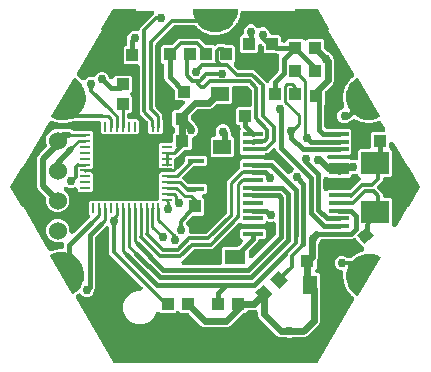
<source format=gbr>
G04 EAGLE Gerber RS-274X export*
G75*
%MOMM*%
%FSLAX34Y34*%
%LPD*%
%INBottom Copper*%
%IPPOS*%
%AMOC8*
5,1,8,0,0,1.08239X$1,22.5*%
G01*
%ADD10R,1.399997X0.400000*%
%ADD11R,0.812800X0.254000*%
%ADD12R,0.254000X0.812800*%
%ADD13R,5.384800X5.384800*%
%ADD14R,1.100000X1.000000*%
%ADD15R,1.000000X1.100000*%
%ADD16R,1.500000X1.300000*%
%ADD17C,1.000000*%
%ADD18R,1.663700X0.431800*%
%ADD19R,2.400000X1.900000*%
%ADD20R,1.800000X1.230000*%
%ADD21R,1.300000X1.500000*%
%ADD22C,1.524000*%
%ADD23C,0.254000*%
%ADD24C,0.756400*%
%ADD25C,0.406400*%
%ADD26C,0.609600*%
%ADD27C,0.355600*%
%ADD28C,0.304800*%
%ADD29C,0.508000*%
%ADD30C,0.558800*%
%ADD31C,0.279400*%
%ADD32C,0.457200*%

G36*
X193113Y359499D02*
X193113Y359499D01*
X193270Y359499D01*
X193320Y359508D01*
X193358Y359510D01*
X193443Y359531D01*
X193597Y359560D01*
X194997Y359938D01*
X194998Y359938D01*
X195000Y359939D01*
X195312Y360052D01*
X196069Y360398D01*
X196105Y360396D01*
X196188Y360381D01*
X196305Y360384D01*
X196421Y360378D01*
X196506Y360389D01*
X196591Y360392D01*
X196704Y360418D01*
X196820Y360434D01*
X196900Y360462D01*
X196983Y360481D01*
X197090Y360529D01*
X197200Y360568D01*
X197273Y360611D01*
X197351Y360646D01*
X197446Y360714D01*
X197545Y360774D01*
X197582Y360807D01*
X198410Y360889D01*
X198412Y360889D01*
X198414Y360889D01*
X198740Y360950D01*
X199544Y361167D01*
X199579Y361159D01*
X199659Y361130D01*
X199775Y361114D01*
X199888Y361088D01*
X199973Y361086D01*
X200058Y361074D01*
X200174Y361081D01*
X200290Y361078D01*
X200375Y361093D01*
X200460Y361098D01*
X200573Y361128D01*
X200687Y361148D01*
X200766Y361179D01*
X200849Y361200D01*
X200954Y361252D01*
X201062Y361294D01*
X201104Y361321D01*
X201934Y361265D01*
X201936Y361265D01*
X201938Y361265D01*
X202270Y361271D01*
X202690Y361312D01*
X202807Y361336D01*
X202925Y361350D01*
X203004Y361375D01*
X203085Y361391D01*
X203195Y361437D01*
X203308Y361474D01*
X203380Y361515D01*
X203456Y361547D01*
X203555Y361614D01*
X203659Y361672D01*
X203721Y361726D01*
X203790Y361773D01*
X203873Y361858D01*
X203964Y361935D01*
X204014Y362001D01*
X204072Y362060D01*
X204137Y362159D01*
X204210Y362254D01*
X204247Y362327D01*
X204292Y362397D01*
X204336Y362507D01*
X204390Y362614D01*
X204411Y362694D01*
X204442Y362770D01*
X204463Y362888D01*
X204494Y363003D01*
X204502Y363100D01*
X204514Y363166D01*
X204513Y363235D01*
X204521Y363334D01*
X204521Y365459D01*
X204520Y365473D01*
X204521Y365486D01*
X204500Y365672D01*
X204481Y365860D01*
X204477Y365873D01*
X204476Y365886D01*
X204418Y366065D01*
X204363Y366245D01*
X204357Y366257D01*
X204353Y366270D01*
X204261Y366434D01*
X204171Y366599D01*
X204163Y366609D01*
X204156Y366621D01*
X204034Y366764D01*
X203914Y366908D01*
X203903Y366917D01*
X203895Y366927D01*
X203747Y367043D01*
X203600Y367161D01*
X203588Y367167D01*
X203578Y367175D01*
X203409Y367260D01*
X203243Y367346D01*
X203230Y367350D01*
X203218Y367356D01*
X203036Y367406D01*
X202856Y367458D01*
X202842Y367459D01*
X202829Y367462D01*
X202641Y367475D01*
X202454Y367490D01*
X202441Y367489D01*
X202428Y367490D01*
X202240Y367465D01*
X202055Y367444D01*
X202042Y367439D01*
X202029Y367438D01*
X201713Y367336D01*
X201202Y367125D01*
X197261Y367125D01*
X193620Y368633D01*
X190833Y371420D01*
X189325Y375061D01*
X189325Y379002D01*
X190833Y382643D01*
X193620Y385430D01*
X196946Y386808D01*
X197261Y386938D01*
X201202Y386938D01*
X204843Y385430D01*
X207630Y382643D01*
X209138Y379002D01*
X209138Y376518D01*
X209139Y376509D01*
X209138Y376500D01*
X209159Y376307D01*
X209178Y376118D01*
X209180Y376109D01*
X209181Y376100D01*
X209240Y375917D01*
X209296Y375733D01*
X209300Y375725D01*
X209303Y375716D01*
X209396Y375549D01*
X209488Y375379D01*
X209493Y375372D01*
X209498Y375364D01*
X209623Y375217D01*
X209746Y375069D01*
X209752Y375064D01*
X209758Y375057D01*
X209910Y374937D01*
X210059Y374817D01*
X210067Y374813D01*
X210074Y374807D01*
X210247Y374720D01*
X210417Y374632D01*
X210425Y374629D01*
X210433Y374625D01*
X210620Y374573D01*
X210804Y374520D01*
X210812Y374519D01*
X210821Y374517D01*
X211014Y374503D01*
X211205Y374487D01*
X211214Y374488D01*
X211223Y374488D01*
X211415Y374512D01*
X211605Y374534D01*
X211613Y374537D01*
X211622Y374538D01*
X211805Y374599D01*
X211987Y374659D01*
X211995Y374663D01*
X212004Y374666D01*
X212171Y374762D01*
X212338Y374857D01*
X212345Y374863D01*
X212353Y374867D01*
X212606Y375082D01*
X224566Y387043D01*
X225451Y387409D01*
X225463Y387415D01*
X225476Y387419D01*
X225640Y387510D01*
X225806Y387599D01*
X225816Y387608D01*
X225828Y387614D01*
X225971Y387736D01*
X226116Y387856D01*
X226125Y387866D01*
X226135Y387875D01*
X226252Y388023D01*
X226370Y388168D01*
X226376Y388180D01*
X226385Y388191D01*
X226470Y388359D01*
X226557Y388525D01*
X226561Y388538D01*
X226567Y388550D01*
X226617Y388730D01*
X226670Y388911D01*
X226671Y388925D01*
X226675Y388938D01*
X226689Y389126D01*
X226705Y389312D01*
X226703Y389326D01*
X226704Y389339D01*
X226681Y389525D01*
X226660Y389712D01*
X226656Y389725D01*
X226654Y389739D01*
X226594Y389916D01*
X226537Y390096D01*
X226530Y390108D01*
X226526Y390120D01*
X226432Y390283D01*
X226340Y390447D01*
X226331Y390457D01*
X226325Y390469D01*
X226110Y390722D01*
X225953Y390880D01*
X225953Y400902D01*
X227292Y402241D01*
X283178Y402241D01*
X283196Y402243D01*
X283214Y402242D01*
X283396Y402263D01*
X283579Y402281D01*
X283596Y402287D01*
X283614Y402289D01*
X283788Y402346D01*
X283964Y402400D01*
X283979Y402408D01*
X283996Y402414D01*
X284157Y402504D01*
X284318Y402591D01*
X284331Y402603D01*
X284347Y402611D01*
X284486Y402732D01*
X284627Y402849D01*
X284638Y402863D01*
X284652Y402875D01*
X284764Y403020D01*
X284879Y403163D01*
X284888Y403179D01*
X284899Y403193D01*
X284981Y403358D01*
X285065Y403520D01*
X285070Y403537D01*
X285078Y403553D01*
X285126Y403731D01*
X285176Y403907D01*
X285178Y403925D01*
X285182Y403942D01*
X285210Y404273D01*
X285210Y425150D01*
X286558Y426498D01*
X286569Y426512D01*
X286582Y426523D01*
X286696Y426667D01*
X286813Y426809D01*
X286821Y426825D01*
X286832Y426839D01*
X286915Y427003D01*
X287001Y427165D01*
X287006Y427182D01*
X287014Y427198D01*
X287064Y427375D01*
X287116Y427551D01*
X287118Y427569D01*
X287122Y427586D01*
X287136Y427769D01*
X287152Y427952D01*
X287150Y427970D01*
X287152Y427988D01*
X287129Y428170D01*
X287109Y428352D01*
X287104Y428369D01*
X287101Y428387D01*
X287043Y428561D01*
X286987Y428736D01*
X286979Y428752D01*
X286973Y428769D01*
X286882Y428928D01*
X286793Y429088D01*
X286781Y429102D01*
X286772Y429118D01*
X286558Y429371D01*
X285210Y430719D01*
X285210Y450156D01*
X286549Y451495D01*
X295040Y451495D01*
X295058Y451497D01*
X295076Y451496D01*
X295258Y451517D01*
X295441Y451535D01*
X295458Y451541D01*
X295476Y451543D01*
X295650Y451600D01*
X295826Y451654D01*
X295841Y451662D01*
X295858Y451668D01*
X296019Y451758D01*
X296180Y451845D01*
X296193Y451857D01*
X296209Y451865D01*
X296348Y451986D01*
X296489Y452103D01*
X296500Y452117D01*
X296514Y452129D01*
X296626Y452274D01*
X296741Y452417D01*
X296750Y452433D01*
X296761Y452447D01*
X296843Y452612D01*
X296927Y452774D01*
X296932Y452791D01*
X296940Y452807D01*
X296988Y452985D01*
X297038Y453161D01*
X297040Y453179D01*
X297044Y453196D01*
X297071Y453527D01*
X297071Y458509D01*
X298132Y459569D01*
X298149Y459590D01*
X298169Y459608D01*
X298276Y459746D01*
X298387Y459881D01*
X298400Y459905D01*
X298416Y459926D01*
X298494Y460082D01*
X298576Y460237D01*
X298583Y460262D01*
X298595Y460286D01*
X298641Y460455D01*
X298690Y460622D01*
X298693Y460649D01*
X298700Y460675D01*
X298727Y461006D01*
X298727Y462579D01*
X298724Y462606D01*
X298726Y462632D01*
X298704Y462806D01*
X298687Y462980D01*
X298679Y463005D01*
X298676Y463032D01*
X298620Y463198D01*
X298569Y463365D01*
X298556Y463388D01*
X298548Y463414D01*
X298460Y463565D01*
X298377Y463719D01*
X298360Y463739D01*
X298347Y463762D01*
X298132Y464015D01*
X296275Y465872D01*
X296275Y477767D01*
X297614Y479106D01*
X300858Y479106D01*
X300885Y479109D01*
X300911Y479107D01*
X301085Y479129D01*
X301259Y479146D01*
X301284Y479154D01*
X301311Y479157D01*
X301476Y479213D01*
X301644Y479264D01*
X301667Y479277D01*
X301692Y479286D01*
X301844Y479373D01*
X301998Y479456D01*
X302018Y479473D01*
X302041Y479487D01*
X302294Y479701D01*
X306345Y483752D01*
X306351Y483759D01*
X306358Y483765D01*
X306478Y483914D01*
X306600Y484063D01*
X306604Y484071D01*
X306610Y484078D01*
X306698Y484249D01*
X306789Y484419D01*
X306791Y484428D01*
X306795Y484436D01*
X306849Y484620D01*
X306903Y484805D01*
X306904Y484814D01*
X306907Y484823D01*
X306922Y485012D01*
X306940Y485206D01*
X306939Y485215D01*
X306940Y485224D01*
X306917Y485413D01*
X306896Y485606D01*
X306894Y485615D01*
X306893Y485624D01*
X306833Y485806D01*
X306775Y485990D01*
X306771Y485998D01*
X306768Y486006D01*
X306673Y486175D01*
X306580Y486342D01*
X306574Y486349D01*
X306570Y486357D01*
X306444Y486503D01*
X306320Y486649D01*
X306313Y486655D01*
X306307Y486662D01*
X306155Y486779D01*
X306004Y486899D01*
X305996Y486903D01*
X305989Y486909D01*
X305817Y486994D01*
X305645Y487081D01*
X305636Y487084D01*
X305628Y487088D01*
X305443Y487138D01*
X305257Y487189D01*
X305248Y487190D01*
X305239Y487192D01*
X304909Y487220D01*
X299709Y487220D01*
X298370Y488559D01*
X298370Y495344D01*
X298367Y495371D01*
X298369Y495397D01*
X298347Y495571D01*
X298330Y495745D01*
X298322Y495770D01*
X298318Y495797D01*
X298263Y495963D01*
X298211Y496130D01*
X298199Y496153D01*
X298190Y496178D01*
X298103Y496330D01*
X298020Y496484D01*
X298003Y496504D01*
X297989Y496527D01*
X297775Y496780D01*
X291758Y502797D01*
X290257Y504297D01*
X289600Y505885D01*
X289600Y516438D01*
X289598Y516456D01*
X289600Y516474D01*
X289578Y516656D01*
X289560Y516839D01*
X289555Y516856D01*
X289553Y516874D01*
X289496Y517048D01*
X289442Y517224D01*
X289433Y517239D01*
X289428Y517256D01*
X289338Y517417D01*
X289250Y517578D01*
X289239Y517591D01*
X289230Y517607D01*
X289110Y517746D01*
X288992Y517887D01*
X288979Y517898D01*
X288967Y517912D01*
X288822Y518024D01*
X288679Y518139D01*
X288663Y518148D01*
X288649Y518159D01*
X288484Y518241D01*
X288321Y518325D01*
X288304Y518330D01*
X288288Y518338D01*
X288110Y518386D01*
X288033Y518408D01*
X286632Y519809D01*
X286632Y532703D01*
X287972Y534043D01*
X295475Y534043D01*
X295501Y534046D01*
X295528Y534044D01*
X295702Y534066D01*
X295876Y534083D01*
X295901Y534091D01*
X295928Y534094D01*
X296093Y534150D01*
X296260Y534201D01*
X296284Y534214D01*
X296309Y534222D01*
X296461Y534310D01*
X296614Y534393D01*
X296635Y534410D01*
X296658Y534423D01*
X296911Y534638D01*
X301650Y539377D01*
X319075Y539377D01*
X323814Y534638D01*
X323835Y534621D01*
X323853Y534601D01*
X323991Y534494D01*
X324126Y534383D01*
X324150Y534370D01*
X324171Y534354D01*
X324328Y534276D01*
X324482Y534194D01*
X324507Y534187D01*
X324531Y534175D01*
X324701Y534129D01*
X324868Y534079D01*
X324894Y534077D01*
X324920Y534070D01*
X325251Y534043D01*
X330856Y534043D01*
X330982Y533940D01*
X330998Y533931D01*
X331012Y533920D01*
X331175Y533837D01*
X331338Y533751D01*
X331355Y533746D01*
X331371Y533738D01*
X331548Y533689D01*
X331723Y533636D01*
X331741Y533635D01*
X331759Y533630D01*
X331942Y533616D01*
X332124Y533600D01*
X332142Y533602D01*
X332160Y533600D01*
X332342Y533624D01*
X332525Y533643D01*
X332542Y533649D01*
X332559Y533651D01*
X332734Y533710D01*
X332909Y533765D01*
X332924Y533773D01*
X332941Y533779D01*
X333100Y533871D01*
X333261Y533960D01*
X333275Y533971D01*
X333290Y533980D01*
X333543Y534195D01*
X334178Y534829D01*
X340510Y534829D01*
X340701Y534638D01*
X340722Y534621D01*
X340739Y534601D01*
X340877Y534494D01*
X341013Y534383D01*
X341036Y534370D01*
X341058Y534354D01*
X341214Y534276D01*
X341368Y534194D01*
X341394Y534187D01*
X341418Y534175D01*
X341587Y534129D01*
X341754Y534079D01*
X341781Y534077D01*
X341807Y534070D01*
X342138Y534043D01*
X347822Y534043D01*
X349162Y532703D01*
X349162Y519809D01*
X348699Y519346D01*
X348688Y519333D01*
X348674Y519321D01*
X348561Y519177D01*
X348444Y519035D01*
X348436Y519019D01*
X348425Y519005D01*
X348341Y518841D01*
X348255Y518679D01*
X348250Y518662D01*
X348242Y518646D01*
X348193Y518469D01*
X348141Y518293D01*
X348139Y518276D01*
X348134Y518258D01*
X348121Y518075D01*
X348104Y517892D01*
X348106Y517875D01*
X348105Y517857D01*
X348128Y517675D01*
X348148Y517492D01*
X348153Y517475D01*
X348155Y517457D01*
X348214Y517284D01*
X348269Y517108D01*
X348278Y517093D01*
X348283Y517076D01*
X348375Y516917D01*
X348464Y516756D01*
X348476Y516742D01*
X348484Y516727D01*
X348699Y516474D01*
X351821Y513352D01*
X351842Y513335D01*
X351859Y513315D01*
X351997Y513208D01*
X352133Y513097D01*
X352156Y513084D01*
X352177Y513068D01*
X352334Y512990D01*
X352488Y512908D01*
X352514Y512901D01*
X352538Y512889D01*
X352707Y512843D01*
X352874Y512793D01*
X352901Y512791D01*
X352927Y512784D01*
X353257Y512757D01*
X365145Y512757D01*
X367972Y509930D01*
X375208Y502694D01*
X375218Y502686D01*
X375227Y502675D01*
X375374Y502558D01*
X375519Y502439D01*
X375531Y502433D01*
X375542Y502424D01*
X375708Y502339D01*
X375875Y502250D01*
X375888Y502247D01*
X375900Y502240D01*
X376080Y502189D01*
X376261Y502136D01*
X376274Y502134D01*
X376287Y502131D01*
X376473Y502116D01*
X376662Y502099D01*
X376675Y502101D01*
X376689Y502100D01*
X376873Y502122D01*
X377062Y502143D01*
X377075Y502147D01*
X377088Y502148D01*
X377265Y502207D01*
X377446Y502264D01*
X377458Y502271D01*
X377471Y502275D01*
X377634Y502368D01*
X377798Y502459D01*
X377809Y502468D01*
X377820Y502474D01*
X377962Y502598D01*
X378105Y502719D01*
X378114Y502730D01*
X378124Y502739D01*
X378238Y502888D01*
X378355Y503035D01*
X378361Y503047D01*
X378369Y503058D01*
X378521Y503353D01*
X379157Y504890D01*
X385611Y511344D01*
X385628Y511365D01*
X385649Y511382D01*
X385756Y511520D01*
X385866Y511655D01*
X385879Y511679D01*
X385895Y511700D01*
X385973Y511857D01*
X386055Y512011D01*
X386063Y512037D01*
X386075Y512061D01*
X386120Y512230D01*
X386170Y512397D01*
X386172Y512424D01*
X386179Y512450D01*
X386206Y512780D01*
X386206Y522915D01*
X386722Y524161D01*
X386726Y524174D01*
X386732Y524186D01*
X386784Y524366D01*
X386839Y524546D01*
X386840Y524560D01*
X386844Y524573D01*
X386859Y524761D01*
X386877Y524947D01*
X386875Y524960D01*
X386877Y524974D01*
X386855Y525160D01*
X386835Y525348D01*
X386831Y525360D01*
X386830Y525374D01*
X386771Y525553D01*
X386715Y525732D01*
X386709Y525744D01*
X386705Y525756D01*
X386612Y525921D01*
X386522Y526085D01*
X386513Y526095D01*
X386507Y526107D01*
X386384Y526249D01*
X386263Y526393D01*
X386252Y526402D01*
X386244Y526412D01*
X386096Y526526D01*
X385948Y526644D01*
X385936Y526650D01*
X385926Y526659D01*
X385757Y526742D01*
X385590Y526828D01*
X385577Y526832D01*
X385565Y526838D01*
X385382Y526887D01*
X385203Y526938D01*
X385189Y526939D01*
X385176Y526942D01*
X384846Y526970D01*
X375053Y526970D01*
X373713Y528309D01*
X373713Y532150D01*
X373711Y532177D01*
X373713Y532204D01*
X373691Y532377D01*
X373673Y532551D01*
X373666Y532576D01*
X373662Y532603D01*
X373607Y532769D01*
X373555Y532936D01*
X373542Y532959D01*
X373534Y532985D01*
X373447Y533136D01*
X373363Y533290D01*
X373346Y533310D01*
X373333Y533334D01*
X373118Y533587D01*
X372411Y534294D01*
X372404Y534300D01*
X372398Y534307D01*
X372249Y534427D01*
X372099Y534549D01*
X372091Y534554D01*
X372084Y534559D01*
X371915Y534647D01*
X371743Y534738D01*
X371735Y534741D01*
X371727Y534745D01*
X371544Y534797D01*
X371357Y534853D01*
X371349Y534854D01*
X371340Y534856D01*
X371149Y534872D01*
X370957Y534889D01*
X370948Y534888D01*
X370939Y534889D01*
X370749Y534867D01*
X370556Y534846D01*
X370548Y534843D01*
X370539Y534842D01*
X370356Y534782D01*
X370172Y534724D01*
X370165Y534720D01*
X370156Y534717D01*
X369988Y534622D01*
X369820Y534530D01*
X369813Y534524D01*
X369805Y534519D01*
X369660Y534394D01*
X369513Y534269D01*
X369507Y534262D01*
X369501Y534256D01*
X369383Y534104D01*
X369263Y533953D01*
X369259Y533945D01*
X369254Y533938D01*
X369166Y533762D01*
X369081Y533594D01*
X369079Y533586D01*
X369075Y533578D01*
X369024Y533389D01*
X368973Y533206D01*
X368972Y533198D01*
X368970Y533189D01*
X368943Y532858D01*
X368943Y528809D01*
X367603Y527470D01*
X354709Y527470D01*
X353370Y528809D01*
X353370Y540703D01*
X354713Y542047D01*
X354862Y542065D01*
X355044Y542083D01*
X355061Y542088D01*
X355079Y542090D01*
X355253Y542147D01*
X355429Y542201D01*
X355445Y542210D01*
X355462Y542215D01*
X355622Y542305D01*
X355783Y542393D01*
X355797Y542404D01*
X355813Y542413D01*
X355952Y542533D01*
X356093Y542651D01*
X356104Y542664D01*
X356117Y542676D01*
X356230Y542821D01*
X356345Y542964D01*
X356353Y542980D01*
X356364Y542994D01*
X356446Y543159D01*
X356530Y543322D01*
X356535Y543339D01*
X356543Y543355D01*
X356591Y543533D01*
X356642Y543709D01*
X356643Y543726D01*
X356648Y543744D01*
X356675Y544074D01*
X356675Y546706D01*
X357599Y548936D01*
X359306Y550643D01*
X361537Y551567D01*
X363951Y551567D01*
X366181Y550643D01*
X367996Y548828D01*
X368014Y548814D01*
X368028Y548797D01*
X368169Y548687D01*
X368308Y548573D01*
X368328Y548563D01*
X368345Y548549D01*
X368505Y548468D01*
X368664Y548385D01*
X368685Y548378D01*
X368705Y548368D01*
X368878Y548321D01*
X369050Y548270D01*
X369072Y548268D01*
X369093Y548262D01*
X369271Y548250D01*
X369451Y548233D01*
X369473Y548236D01*
X369495Y548234D01*
X369671Y548257D01*
X369851Y548277D01*
X369872Y548284D01*
X369894Y548286D01*
X370210Y548388D01*
X371673Y548994D01*
X374087Y548994D01*
X376317Y548070D01*
X378025Y546363D01*
X379087Y543797D01*
X379098Y543777D01*
X379105Y543756D01*
X379193Y543600D01*
X379278Y543442D01*
X379292Y543425D01*
X379303Y543405D01*
X379420Y543270D01*
X379534Y543132D01*
X379551Y543118D01*
X379566Y543101D01*
X379707Y542991D01*
X379847Y542878D01*
X379866Y542868D01*
X379884Y542854D01*
X380044Y542774D01*
X380203Y542691D01*
X380225Y542685D01*
X380244Y542675D01*
X380418Y542628D01*
X380590Y542578D01*
X380612Y542576D01*
X380633Y542570D01*
X380964Y542543D01*
X386947Y542543D01*
X388287Y541203D01*
X388287Y538162D01*
X388289Y538145D01*
X388287Y538127D01*
X388308Y537945D01*
X388327Y537762D01*
X388332Y537745D01*
X388334Y537727D01*
X388391Y537553D01*
X388445Y537377D01*
X388453Y537361D01*
X388459Y537344D01*
X388549Y537184D01*
X388637Y537023D01*
X388648Y537009D01*
X388657Y536994D01*
X388777Y536854D01*
X388894Y536714D01*
X388908Y536702D01*
X388920Y536689D01*
X389065Y536576D01*
X389208Y536461D01*
X389224Y536453D01*
X389238Y536442D01*
X389403Y536360D01*
X389565Y536276D01*
X389582Y536271D01*
X389598Y536263D01*
X389777Y536215D01*
X389952Y536164D01*
X389970Y536163D01*
X389987Y536158D01*
X390318Y536131D01*
X390963Y536131D01*
X390981Y536133D01*
X390999Y536132D01*
X391181Y536153D01*
X391364Y536171D01*
X391381Y536176D01*
X391399Y536178D01*
X391573Y536235D01*
X391749Y536289D01*
X391764Y536298D01*
X391781Y536303D01*
X391942Y536394D01*
X392103Y536481D01*
X392116Y536492D01*
X392132Y536501D01*
X392271Y536621D01*
X392412Y536739D01*
X392423Y536753D01*
X392437Y536764D01*
X392549Y536909D01*
X392664Y537053D01*
X392673Y537068D01*
X392684Y537082D01*
X392766Y537247D01*
X392850Y537410D01*
X392855Y537427D01*
X392863Y537443D01*
X392911Y537621D01*
X392961Y537797D01*
X392963Y537815D01*
X392967Y537832D01*
X392995Y538162D01*
X392995Y538260D01*
X394334Y539599D01*
X406228Y539599D01*
X407345Y538483D01*
X407359Y538471D01*
X407370Y538458D01*
X407514Y538344D01*
X407656Y538228D01*
X407672Y538219D01*
X407686Y538208D01*
X407850Y538125D01*
X408012Y538039D01*
X408029Y538034D01*
X408045Y538026D01*
X408222Y537977D01*
X408398Y537924D01*
X408416Y537923D01*
X408433Y537918D01*
X408616Y537904D01*
X408799Y537888D01*
X408817Y537890D01*
X408835Y537888D01*
X409017Y537911D01*
X409199Y537931D01*
X409216Y537937D01*
X409234Y537939D01*
X409408Y537997D01*
X409583Y538053D01*
X409599Y538061D01*
X409616Y538067D01*
X409774Y538159D01*
X409935Y538248D01*
X409949Y538259D01*
X409965Y538268D01*
X410218Y538483D01*
X411334Y539599D01*
X423228Y539599D01*
X424568Y538260D01*
X424568Y532349D01*
X424571Y532323D01*
X424569Y532296D01*
X424591Y532122D01*
X424608Y531948D01*
X424616Y531923D01*
X424619Y531896D01*
X424675Y531730D01*
X424726Y531564D01*
X424739Y531540D01*
X424747Y531515D01*
X424835Y531363D01*
X424918Y531210D01*
X424935Y531189D01*
X424948Y531166D01*
X425163Y530913D01*
X427624Y528452D01*
X427648Y528432D01*
X427668Y528409D01*
X427803Y528305D01*
X427935Y528197D01*
X427963Y528182D01*
X427988Y528163D01*
X428283Y528012D01*
X429681Y527432D01*
X431389Y525725D01*
X431968Y524326D01*
X431983Y524299D01*
X431993Y524269D01*
X432078Y524122D01*
X432158Y523972D01*
X432178Y523947D01*
X432194Y523920D01*
X432346Y523741D01*
X433166Y521761D01*
X433166Y503414D01*
X432354Y501453D01*
X426125Y495225D01*
X426108Y495204D01*
X426088Y495187D01*
X425981Y495049D01*
X425870Y494914D01*
X425858Y494890D01*
X425841Y494869D01*
X425763Y494712D01*
X425682Y494558D01*
X425674Y494532D01*
X425662Y494508D01*
X425617Y494339D01*
X425567Y494172D01*
X425565Y494145D01*
X425558Y494119D01*
X425530Y493789D01*
X425530Y484563D01*
X425514Y484542D01*
X425403Y484407D01*
X425391Y484383D01*
X425374Y484362D01*
X425296Y484205D01*
X425215Y484051D01*
X425207Y484025D01*
X425195Y484001D01*
X425149Y483832D01*
X425100Y483665D01*
X425097Y483638D01*
X425090Y483613D01*
X425063Y483282D01*
X425063Y467062D01*
X425061Y467033D01*
X425052Y467003D01*
X425025Y466672D01*
X425025Y465255D01*
X425027Y465237D01*
X425026Y465220D01*
X425047Y465037D01*
X425065Y464855D01*
X425070Y464838D01*
X425073Y464820D01*
X425130Y464645D01*
X425183Y464470D01*
X425192Y464454D01*
X425197Y464437D01*
X425288Y464276D01*
X425375Y464116D01*
X425387Y464102D01*
X425395Y464086D01*
X425516Y463947D01*
X425633Y463806D01*
X425647Y463795D01*
X425658Y463782D01*
X425804Y463669D01*
X425947Y463554D01*
X425962Y463546D01*
X425977Y463535D01*
X426141Y463453D01*
X426304Y463369D01*
X426321Y463364D01*
X426337Y463356D01*
X426515Y463308D01*
X426691Y463257D01*
X426709Y463256D01*
X426726Y463251D01*
X427057Y463224D01*
X446336Y463224D01*
X447675Y461884D01*
X447675Y442672D01*
X446336Y441333D01*
X429443Y441333D01*
X429434Y441332D01*
X429425Y441332D01*
X429232Y441311D01*
X429042Y441293D01*
X429034Y441290D01*
X429025Y441289D01*
X428841Y441231D01*
X428658Y441174D01*
X428650Y441170D01*
X428641Y441168D01*
X428473Y441074D01*
X428304Y440983D01*
X428297Y440977D01*
X428289Y440973D01*
X428142Y440848D01*
X427994Y440725D01*
X427989Y440718D01*
X427982Y440712D01*
X427862Y440561D01*
X427742Y440411D01*
X427738Y440403D01*
X427732Y440396D01*
X427645Y440224D01*
X427556Y440054D01*
X427554Y440045D01*
X427550Y440037D01*
X427498Y439850D01*
X427445Y439667D01*
X427444Y439658D01*
X427442Y439649D01*
X427428Y439457D01*
X427412Y439266D01*
X427413Y439257D01*
X427413Y439248D01*
X427437Y439056D01*
X427459Y438866D01*
X427462Y438857D01*
X427463Y438849D01*
X427524Y438666D01*
X427584Y438483D01*
X427588Y438475D01*
X427591Y438467D01*
X427687Y438300D01*
X427782Y438132D01*
X427788Y438126D01*
X427792Y438118D01*
X428007Y437865D01*
X428053Y437819D01*
X428074Y437802D01*
X428091Y437782D01*
X428229Y437675D01*
X428364Y437564D01*
X428388Y437551D01*
X428409Y437535D01*
X428566Y437457D01*
X428720Y437375D01*
X428746Y437368D01*
X428770Y437356D01*
X428939Y437310D01*
X429106Y437260D01*
X429133Y437258D01*
X429158Y437251D01*
X429489Y437224D01*
X446494Y437224D01*
X446633Y437150D01*
X446655Y437144D01*
X446675Y437134D01*
X446847Y437087D01*
X447019Y437035D01*
X447041Y437033D01*
X447063Y437027D01*
X447241Y437015D01*
X447420Y436999D01*
X447442Y437001D01*
X447465Y437000D01*
X447642Y437023D01*
X447820Y437042D01*
X447841Y437049D01*
X447864Y437052D01*
X447935Y437075D01*
X450404Y437075D01*
X450963Y436843D01*
X450976Y436839D01*
X450988Y436833D01*
X451169Y436781D01*
X451349Y436727D01*
X451362Y436726D01*
X451375Y436722D01*
X451563Y436706D01*
X451749Y436689D01*
X451763Y436690D01*
X451776Y436689D01*
X451963Y436711D01*
X452150Y436730D01*
X452163Y436734D01*
X452176Y436736D01*
X452355Y436794D01*
X452534Y436850D01*
X452546Y436857D01*
X452559Y436861D01*
X452723Y436954D01*
X452887Y437043D01*
X452898Y437052D01*
X452909Y437059D01*
X453052Y437182D01*
X453196Y437303D01*
X453204Y437313D01*
X453214Y437322D01*
X453329Y437470D01*
X453446Y437617D01*
X453453Y437629D01*
X453461Y437640D01*
X453544Y437808D01*
X453630Y437975D01*
X453634Y437988D01*
X453640Y438000D01*
X453689Y438182D01*
X453740Y438363D01*
X453741Y438376D01*
X453745Y438389D01*
X453772Y438720D01*
X453772Y444586D01*
X455111Y445926D01*
X462232Y445926D01*
X462250Y445928D01*
X462268Y445926D01*
X462450Y445947D01*
X462633Y445966D01*
X462650Y445971D01*
X462667Y445973D01*
X462842Y446030D01*
X463018Y446084D01*
X463033Y446092D01*
X463050Y446098D01*
X463210Y446188D01*
X463372Y446276D01*
X463385Y446287D01*
X463401Y446296D01*
X463540Y446416D01*
X463681Y446533D01*
X463692Y446547D01*
X463706Y446559D01*
X463818Y446704D01*
X463933Y446847D01*
X463941Y446863D01*
X463952Y446877D01*
X464034Y447042D01*
X464119Y447204D01*
X464124Y447221D01*
X464132Y447237D01*
X464179Y447416D01*
X464230Y447591D01*
X464232Y447609D01*
X464236Y447626D01*
X464263Y447957D01*
X464263Y459178D01*
X465603Y460518D01*
X474706Y460518D01*
X474851Y460532D01*
X474997Y460539D01*
X475051Y460552D01*
X475106Y460558D01*
X475246Y460601D01*
X475388Y460636D01*
X475438Y460660D01*
X475491Y460676D01*
X475620Y460746D01*
X475752Y460808D01*
X475796Y460841D01*
X475845Y460868D01*
X475957Y460961D01*
X476075Y461049D01*
X476112Y461090D01*
X476154Y461126D01*
X476246Y461239D01*
X476344Y461348D01*
X476372Y461396D01*
X476407Y461439D01*
X476474Y461569D01*
X476548Y461695D01*
X476567Y461747D01*
X476592Y461797D01*
X476633Y461937D01*
X476681Y462075D01*
X476688Y462130D01*
X476704Y462184D01*
X476716Y462329D01*
X476735Y462474D01*
X476732Y462529D01*
X476736Y462585D01*
X476719Y462730D01*
X476710Y462876D01*
X476696Y462930D01*
X476690Y462985D01*
X476644Y463124D01*
X476607Y463265D01*
X476580Y463322D01*
X476565Y463367D01*
X476523Y463441D01*
X476465Y463565D01*
X473272Y469094D01*
X473181Y469222D01*
X473095Y469353D01*
X473064Y469385D01*
X473038Y469421D01*
X472922Y469528D01*
X472812Y469640D01*
X472775Y469665D01*
X472743Y469695D01*
X472609Y469778D01*
X472479Y469866D01*
X472438Y469883D01*
X472400Y469906D01*
X472252Y469960D01*
X472107Y470021D01*
X472064Y470030D01*
X472022Y470045D01*
X471867Y470069D01*
X471712Y470100D01*
X471668Y470100D01*
X471624Y470107D01*
X471467Y470100D01*
X471310Y470099D01*
X471261Y470090D01*
X471222Y470089D01*
X471138Y470068D01*
X470984Y470039D01*
X469689Y469690D01*
X469688Y469689D01*
X469686Y469689D01*
X469374Y469576D01*
X468617Y469229D01*
X468582Y469231D01*
X468498Y469246D01*
X468382Y469243D01*
X468265Y469250D01*
X468180Y469238D01*
X468095Y469236D01*
X467982Y469210D01*
X467866Y469194D01*
X467786Y469165D01*
X467703Y469146D01*
X467596Y469099D01*
X467487Y469060D01*
X467413Y469016D01*
X467336Y468981D01*
X467241Y468913D01*
X467141Y468854D01*
X467104Y468820D01*
X466276Y468738D01*
X466274Y468738D01*
X466272Y468738D01*
X465946Y468678D01*
X465143Y468461D01*
X465108Y468469D01*
X465027Y468497D01*
X464912Y468513D01*
X464798Y468539D01*
X464713Y468541D01*
X464628Y468553D01*
X464512Y468546D01*
X464396Y468549D01*
X464312Y468535D01*
X464226Y468530D01*
X464114Y468500D01*
X463999Y468480D01*
X463920Y468449D01*
X463837Y468427D01*
X463732Y468376D01*
X463624Y468334D01*
X463582Y468307D01*
X462752Y468362D01*
X462750Y468362D01*
X462748Y468362D01*
X462416Y468357D01*
X461588Y468275D01*
X461555Y468288D01*
X461480Y468330D01*
X461369Y468365D01*
X461262Y468409D01*
X461178Y468425D01*
X461096Y468451D01*
X460981Y468463D01*
X460866Y468485D01*
X460781Y468484D01*
X460696Y468493D01*
X460580Y468483D01*
X460464Y468482D01*
X460380Y468464D01*
X460295Y468456D01*
X460184Y468423D01*
X460070Y468399D01*
X460024Y468380D01*
X459214Y468571D01*
X459212Y468571D01*
X459210Y468572D01*
X458882Y468621D01*
X458052Y468677D01*
X458022Y468695D01*
X457955Y468748D01*
X457851Y468801D01*
X457752Y468862D01*
X457672Y468892D01*
X457596Y468931D01*
X457484Y468962D01*
X457375Y469003D01*
X457290Y469016D01*
X457208Y469039D01*
X457092Y469047D01*
X456977Y469066D01*
X456892Y469062D01*
X456807Y469068D01*
X456691Y469054D01*
X456575Y469049D01*
X456526Y469037D01*
X455759Y469359D01*
X455757Y469360D01*
X455756Y469361D01*
X455440Y469463D01*
X454630Y469655D01*
X454603Y469678D01*
X454546Y469741D01*
X454452Y469811D01*
X454365Y469887D01*
X454291Y469930D01*
X454222Y469980D01*
X454116Y470030D01*
X454016Y470088D01*
X453935Y470115D01*
X453857Y470151D01*
X453744Y470178D01*
X453634Y470215D01*
X453549Y470226D01*
X453466Y470246D01*
X453350Y470251D01*
X453234Y470265D01*
X453184Y470262D01*
X452481Y470706D01*
X452479Y470706D01*
X452478Y470707D01*
X452183Y470860D01*
X450810Y471437D01*
X450784Y471445D01*
X450760Y471457D01*
X450591Y471504D01*
X450425Y471555D01*
X450398Y471558D01*
X450372Y471565D01*
X450198Y471578D01*
X450024Y471595D01*
X449997Y471593D01*
X449970Y471595D01*
X449797Y471573D01*
X449624Y471556D01*
X449598Y471548D01*
X449571Y471544D01*
X449405Y471489D01*
X449239Y471438D01*
X449215Y471425D01*
X449189Y471416D01*
X449038Y471329D01*
X448885Y471246D01*
X448864Y471229D01*
X448840Y471215D01*
X448587Y471000D01*
X448005Y470418D01*
X446244Y469689D01*
X446216Y469674D01*
X446187Y469664D01*
X446039Y469579D01*
X445889Y469498D01*
X445865Y469479D01*
X445838Y469463D01*
X445585Y469248D01*
X445487Y469150D01*
X443256Y468226D01*
X440842Y468226D01*
X438611Y469150D01*
X436904Y470857D01*
X435980Y473088D01*
X435980Y475502D01*
X436904Y477732D01*
X438611Y479440D01*
X440633Y480277D01*
X440637Y480279D01*
X440642Y480281D01*
X440818Y480376D01*
X440988Y480467D01*
X440992Y480470D01*
X440996Y480473D01*
X441150Y480601D01*
X441299Y480724D01*
X441302Y480727D01*
X441305Y480730D01*
X441429Y480885D01*
X441552Y481036D01*
X441555Y481041D01*
X441557Y481044D01*
X441647Y481216D01*
X441739Y481393D01*
X441741Y481398D01*
X441743Y481402D01*
X441796Y481587D01*
X441853Y481779D01*
X441853Y481784D01*
X441854Y481789D01*
X441870Y481982D01*
X441887Y482180D01*
X441887Y482185D01*
X441887Y482190D01*
X441854Y482520D01*
X441573Y484055D01*
X441572Y484056D01*
X441572Y484058D01*
X441485Y484378D01*
X441203Y485161D01*
X441208Y485196D01*
X441229Y485279D01*
X441236Y485395D01*
X441252Y485510D01*
X441247Y485596D01*
X441252Y485681D01*
X441236Y485796D01*
X441229Y485912D01*
X441208Y485995D01*
X441195Y486080D01*
X441157Y486189D01*
X441127Y486302D01*
X441090Y486379D01*
X441061Y486459D01*
X441002Y486559D01*
X440950Y486664D01*
X440920Y486703D01*
X440907Y487535D01*
X440907Y487537D01*
X440907Y487539D01*
X440874Y487869D01*
X440724Y488688D01*
X440735Y488722D01*
X440770Y488800D01*
X440795Y488913D01*
X440830Y489024D01*
X440839Y489109D01*
X440858Y489192D01*
X440861Y489309D01*
X440874Y489424D01*
X440866Y489510D01*
X440868Y489595D01*
X440848Y489709D01*
X440837Y489825D01*
X440813Y489907D01*
X440798Y489991D01*
X440756Y490100D01*
X440722Y490211D01*
X440699Y490255D01*
X440823Y491078D01*
X440823Y491080D01*
X440823Y491082D01*
X440845Y491413D01*
X440832Y492245D01*
X440848Y492277D01*
X440895Y492348D01*
X440939Y492456D01*
X440992Y492559D01*
X441015Y492641D01*
X441048Y492721D01*
X441070Y492835D01*
X441101Y492947D01*
X441107Y493032D01*
X441123Y493116D01*
X441122Y493233D01*
X441131Y493348D01*
X441120Y493433D01*
X441120Y493519D01*
X441096Y493632D01*
X441081Y493748D01*
X441065Y493795D01*
X441323Y494587D01*
X441324Y494589D01*
X441324Y494590D01*
X441400Y494913D01*
X441524Y495736D01*
X441545Y495765D01*
X441604Y495827D01*
X441665Y495926D01*
X441734Y496020D01*
X441770Y496097D01*
X441815Y496170D01*
X441856Y496279D01*
X441905Y496384D01*
X441925Y496467D01*
X441955Y496547D01*
X441973Y496662D01*
X442001Y496775D01*
X442004Y496861D01*
X442018Y496945D01*
X442013Y497061D01*
X442017Y497178D01*
X442010Y497227D01*
X442394Y497965D01*
X442395Y497967D01*
X442396Y497968D01*
X442524Y498274D01*
X442782Y499065D01*
X442807Y499090D01*
X442875Y499142D01*
X442951Y499230D01*
X443035Y499311D01*
X443084Y499381D01*
X443140Y499445D01*
X443198Y499546D01*
X443264Y499642D01*
X443298Y499721D01*
X443340Y499795D01*
X443377Y499905D01*
X443423Y500012D01*
X443440Y500096D01*
X443467Y500177D01*
X443481Y500292D01*
X443505Y500406D01*
X443506Y500456D01*
X444006Y501121D01*
X444007Y501122D01*
X444009Y501124D01*
X444185Y501405D01*
X444570Y502143D01*
X444599Y502163D01*
X444674Y502203D01*
X444764Y502277D01*
X444860Y502343D01*
X444920Y502404D01*
X444986Y502458D01*
X445059Y502548D01*
X445140Y502632D01*
X445187Y502704D01*
X445241Y502770D01*
X445295Y502873D01*
X445358Y502971D01*
X445389Y503050D01*
X445429Y503126D01*
X445462Y503237D01*
X445504Y503346D01*
X445513Y503395D01*
X446116Y503968D01*
X446117Y503970D01*
X446119Y503971D01*
X446339Y504219D01*
X446840Y504883D01*
X446872Y504898D01*
X446953Y504926D01*
X447054Y504984D01*
X447160Y505033D01*
X447228Y505084D01*
X447302Y505126D01*
X447390Y505203D01*
X447483Y505272D01*
X447541Y505335D01*
X447605Y505392D01*
X447676Y505484D01*
X447754Y505570D01*
X447797Y505644D01*
X447849Y505712D01*
X447900Y505816D01*
X447960Y505916D01*
X447977Y505963D01*
X448666Y506430D01*
X448667Y506431D01*
X448669Y506432D01*
X448927Y506640D01*
X449491Y507175D01*
X449608Y507312D01*
X449730Y507447D01*
X449740Y507465D01*
X449754Y507480D01*
X449842Y507637D01*
X449934Y507793D01*
X449941Y507813D01*
X449951Y507831D01*
X450007Y508003D01*
X450067Y508174D01*
X450069Y508194D01*
X450076Y508214D01*
X450097Y508393D01*
X450121Y508572D01*
X450120Y508593D01*
X450122Y508614D01*
X450107Y508794D01*
X450096Y508974D01*
X450091Y508994D01*
X450089Y509015D01*
X450039Y509188D01*
X449992Y509363D01*
X449983Y509384D01*
X449977Y509402D01*
X449941Y509471D01*
X449850Y509663D01*
X428426Y546772D01*
X429054Y547069D01*
X429076Y547086D01*
X429103Y547096D01*
X429155Y547145D01*
X429213Y547188D01*
X429227Y547213D01*
X429248Y547232D01*
X429277Y547298D01*
X429313Y547360D01*
X429316Y547388D01*
X429328Y547414D01*
X429329Y547486D01*
X429338Y547557D01*
X429330Y547584D01*
X429331Y547613D01*
X429295Y547708D01*
X429284Y547748D01*
X429277Y547757D01*
X429273Y547769D01*
X419773Y564269D01*
X419721Y564328D01*
X419675Y564390D01*
X419656Y564401D01*
X419641Y564418D01*
X419571Y564452D01*
X419504Y564492D01*
X419480Y564496D01*
X419462Y564504D01*
X419417Y564506D01*
X419340Y564519D01*
X400340Y564519D01*
X400312Y564514D01*
X400284Y564516D01*
X400216Y564494D01*
X400145Y564480D01*
X400122Y564464D01*
X400095Y564455D01*
X400040Y564408D01*
X399981Y564367D01*
X399966Y564343D01*
X399945Y564325D01*
X399913Y564260D01*
X399874Y564200D01*
X399869Y564172D01*
X399857Y564146D01*
X399848Y564045D01*
X399841Y564003D01*
X399843Y563993D01*
X399842Y563980D01*
X399899Y563265D01*
X356067Y563265D01*
X355899Y563249D01*
X355730Y563237D01*
X355698Y563229D01*
X355666Y563225D01*
X355504Y563176D01*
X355341Y563131D01*
X355312Y563117D01*
X355281Y563107D01*
X355132Y563027D01*
X354981Y562951D01*
X354956Y562931D01*
X354927Y562915D01*
X354797Y562807D01*
X354664Y562703D01*
X354643Y562679D01*
X354618Y562658D01*
X354512Y562526D01*
X354402Y562398D01*
X354386Y562369D01*
X354365Y562344D01*
X354288Y562194D01*
X354205Y562047D01*
X354193Y562012D01*
X354180Y561987D01*
X354156Y561904D01*
X354097Y561733D01*
X353829Y560671D01*
X353828Y560669D01*
X353828Y560667D01*
X353773Y560340D01*
X353704Y559504D01*
X353693Y559488D01*
X353640Y559422D01*
X353585Y559319D01*
X353522Y559221D01*
X353491Y559141D01*
X353451Y559066D01*
X353418Y558954D01*
X353376Y558846D01*
X353361Y558761D01*
X353337Y558680D01*
X353327Y558563D01*
X353307Y558449D01*
X353309Y558364D01*
X353301Y558279D01*
X353314Y558163D01*
X353317Y558046D01*
X353325Y558010D01*
X352990Y557246D01*
X352989Y557244D01*
X352988Y557242D01*
X352881Y556928D01*
X352675Y556115D01*
X352662Y556101D01*
X352598Y556044D01*
X352527Y555952D01*
X352449Y555865D01*
X352405Y555792D01*
X352353Y555724D01*
X352302Y555620D01*
X352243Y555520D01*
X352214Y555439D01*
X352177Y555362D01*
X352148Y555250D01*
X352109Y555140D01*
X352097Y555055D01*
X352076Y554973D01*
X352069Y554856D01*
X352053Y554741D01*
X352055Y554704D01*
X351806Y554322D01*
X351598Y554005D01*
X351598Y554003D01*
X351596Y554002D01*
X351439Y553710D01*
X351102Y552942D01*
X351087Y552930D01*
X351014Y552885D01*
X350929Y552805D01*
X350838Y552733D01*
X350783Y552668D01*
X350720Y552609D01*
X350653Y552514D01*
X350578Y552425D01*
X350537Y552351D01*
X350487Y552281D01*
X350440Y552175D01*
X350383Y552073D01*
X350358Y551991D01*
X350323Y551914D01*
X350297Y551800D01*
X350262Y551689D01*
X350258Y551652D01*
X349693Y551038D01*
X349692Y551036D01*
X349690Y551035D01*
X349487Y550773D01*
X349028Y550071D01*
X349011Y550061D01*
X348932Y550029D01*
X348835Y549964D01*
X348733Y549908D01*
X348668Y549853D01*
X348597Y549805D01*
X348515Y549723D01*
X348426Y549648D01*
X348373Y549581D01*
X348313Y549520D01*
X348248Y549423D01*
X348176Y549332D01*
X348138Y549256D01*
X348090Y549185D01*
X348046Y549077D01*
X347994Y548973D01*
X347984Y548937D01*
X347325Y548424D01*
X347324Y548423D01*
X347322Y548422D01*
X347078Y548197D01*
X346510Y547580D01*
X346491Y547573D01*
X346408Y547554D01*
X346302Y547507D01*
X346192Y547468D01*
X346119Y547424D01*
X346041Y547389D01*
X345946Y547321D01*
X345846Y547262D01*
X345783Y547204D01*
X345714Y547155D01*
X345634Y547069D01*
X345548Y546991D01*
X345497Y546923D01*
X345439Y546860D01*
X345378Y546761D01*
X345309Y546667D01*
X345293Y546634D01*
X344559Y546236D01*
X344557Y546235D01*
X344556Y546235D01*
X344278Y546053D01*
X343616Y545538D01*
X343597Y545534D01*
X343512Y545529D01*
X343399Y545500D01*
X343284Y545480D01*
X343205Y545448D01*
X343122Y545427D01*
X343018Y545376D01*
X342909Y545333D01*
X342838Y545287D01*
X342761Y545249D01*
X342669Y545178D01*
X342571Y545116D01*
X342509Y545056D01*
X342442Y545004D01*
X342365Y544916D01*
X342281Y544835D01*
X342260Y544805D01*
X341471Y544534D01*
X341469Y544533D01*
X341467Y544532D01*
X341163Y544399D01*
X340426Y544000D01*
X340406Y544000D01*
X340321Y544009D01*
X340205Y543998D01*
X340089Y543997D01*
X340005Y543979D01*
X339920Y543971D01*
X339809Y543938D01*
X339695Y543914D01*
X339617Y543880D01*
X339535Y543856D01*
X339432Y543801D01*
X339325Y543755D01*
X339255Y543707D01*
X339179Y543667D01*
X339089Y543593D01*
X338994Y543527D01*
X338968Y543500D01*
X338144Y543362D01*
X338142Y543362D01*
X338141Y543362D01*
X337819Y543280D01*
X337026Y543008D01*
X337006Y543011D01*
X336924Y543034D01*
X336808Y543042D01*
X336693Y543060D01*
X336608Y543057D01*
X336523Y543063D01*
X336407Y543048D01*
X336291Y543044D01*
X336208Y543023D01*
X336123Y543013D01*
X336013Y542975D01*
X335900Y542948D01*
X335822Y542912D01*
X335741Y542884D01*
X335640Y542826D01*
X335535Y542777D01*
X335505Y542755D01*
X334670Y542755D01*
X334669Y542754D01*
X334667Y542755D01*
X334336Y542727D01*
X333509Y542589D01*
X333490Y542595D01*
X333413Y542631D01*
X333300Y542659D01*
X333189Y542696D01*
X333104Y542706D01*
X333022Y542726D01*
X332905Y542731D01*
X332790Y542745D01*
X332704Y542739D01*
X332619Y542742D01*
X332504Y542724D01*
X332388Y542715D01*
X332306Y542692D01*
X332222Y542679D01*
X332113Y542638D01*
X332000Y542606D01*
X331967Y542590D01*
X331144Y542727D01*
X331142Y542727D01*
X331140Y542728D01*
X330810Y542755D01*
X329973Y542755D01*
X329952Y542765D01*
X329883Y542812D01*
X329776Y542858D01*
X329673Y542912D01*
X329591Y542937D01*
X329513Y542970D01*
X329399Y542994D01*
X329287Y543027D01*
X329202Y543035D01*
X329119Y543052D01*
X329002Y543053D01*
X328886Y543064D01*
X328801Y543054D01*
X328716Y543055D01*
X328602Y543033D01*
X328486Y543020D01*
X328450Y543009D01*
X327661Y543280D01*
X327659Y543280D01*
X327657Y543281D01*
X327336Y543362D01*
X326508Y543500D01*
X326493Y543512D01*
X326431Y543572D01*
X326333Y543634D01*
X326241Y543705D01*
X326164Y543743D01*
X326092Y543789D01*
X325984Y543831D01*
X325879Y543882D01*
X325797Y543903D01*
X325717Y543934D01*
X325602Y543954D01*
X325490Y543984D01*
X325404Y543989D01*
X325320Y544003D01*
X325204Y544000D01*
X325088Y544007D01*
X325051Y544002D01*
X324317Y544399D01*
X324315Y544400D01*
X324313Y544401D01*
X324009Y544534D01*
X323216Y544806D01*
X323203Y544820D01*
X323152Y544889D01*
X323066Y544967D01*
X322986Y545052D01*
X322916Y545101D01*
X322853Y545159D01*
X322753Y545218D01*
X322658Y545286D01*
X322580Y545321D01*
X322507Y545364D01*
X322397Y545403D01*
X322291Y545450D01*
X322207Y545469D01*
X322127Y545497D01*
X322012Y545514D01*
X321898Y545539D01*
X321861Y545540D01*
X321202Y546053D01*
X321200Y546054D01*
X321199Y546055D01*
X320921Y546236D01*
X320183Y546636D01*
X320172Y546652D01*
X320134Y546728D01*
X320061Y546819D01*
X319997Y546916D01*
X319936Y546976D01*
X319883Y547043D01*
X319794Y547118D01*
X319712Y547201D01*
X319641Y547248D01*
X319576Y547303D01*
X319474Y547359D01*
X319377Y547424D01*
X319298Y547456D01*
X319223Y547497D01*
X319112Y547532D01*
X319004Y547576D01*
X318967Y547583D01*
X318402Y548197D01*
X318401Y548198D01*
X318399Y548200D01*
X318155Y548424D01*
X317493Y548939D01*
X317485Y548957D01*
X317459Y549039D01*
X317403Y549141D01*
X317355Y549247D01*
X317306Y549316D01*
X317264Y549391D01*
X317189Y549480D01*
X317121Y549574D01*
X317059Y549633D01*
X317004Y549698D01*
X316912Y549770D01*
X316827Y549849D01*
X316755Y549894D01*
X316688Y549947D01*
X316584Y550000D01*
X316485Y550061D01*
X316450Y550074D01*
X316433Y550100D01*
X316411Y550128D01*
X316393Y550158D01*
X316284Y550284D01*
X316180Y550414D01*
X316153Y550436D01*
X316130Y550463D01*
X315999Y550565D01*
X315871Y550671D01*
X315840Y550688D01*
X315812Y550710D01*
X315663Y550784D01*
X315517Y550863D01*
X315483Y550873D01*
X315452Y550889D01*
X315291Y550932D01*
X315132Y550981D01*
X315097Y550984D01*
X315063Y550993D01*
X314732Y551021D01*
X298489Y551021D01*
X298462Y551018D01*
X298435Y551020D01*
X298261Y550998D01*
X298088Y550981D01*
X298062Y550973D01*
X298036Y550969D01*
X297870Y550914D01*
X297703Y550862D01*
X297679Y550850D01*
X297654Y550841D01*
X297502Y550754D01*
X297349Y550671D01*
X297329Y550654D01*
X297305Y550640D01*
X297052Y550426D01*
X282579Y535952D01*
X282562Y535932D01*
X282542Y535914D01*
X282435Y535776D01*
X282324Y535641D01*
X282311Y535617D01*
X282295Y535596D01*
X282217Y535439D01*
X282135Y535285D01*
X282128Y535260D01*
X282116Y535235D01*
X282070Y535066D01*
X282020Y534899D01*
X282018Y534873D01*
X282011Y534847D01*
X281984Y534516D01*
X281984Y481926D01*
X281987Y481900D01*
X281985Y481873D01*
X282007Y481699D01*
X282024Y481526D01*
X282032Y481500D01*
X282035Y481474D01*
X282091Y481308D01*
X282142Y481141D01*
X282155Y481117D01*
X282163Y481092D01*
X282251Y480940D01*
X282334Y480787D01*
X282351Y480766D01*
X282364Y480743D01*
X282579Y480490D01*
X287905Y475164D01*
X287905Y471006D01*
X287908Y470980D01*
X287906Y470953D01*
X287928Y470780D01*
X287945Y470606D01*
X287953Y470580D01*
X287956Y470553D01*
X288012Y470388D01*
X288063Y470221D01*
X288076Y470197D01*
X288080Y470185D01*
X288080Y459968D01*
X286740Y458628D01*
X277305Y458628D01*
X275966Y459968D01*
X275966Y462664D01*
X275963Y462691D01*
X275965Y462717D01*
X275943Y462891D01*
X275926Y463065D01*
X275918Y463090D01*
X275914Y463117D01*
X275859Y463283D01*
X275807Y463450D01*
X275795Y463473D01*
X275790Y463489D01*
X275790Y468201D01*
X275787Y468228D01*
X275789Y468254D01*
X275767Y468427D01*
X275750Y468602D01*
X275742Y468627D01*
X275738Y468654D01*
X275683Y468819D01*
X275631Y468987D01*
X275619Y469010D01*
X275610Y469035D01*
X275523Y469187D01*
X275440Y469341D01*
X275423Y469361D01*
X275409Y469384D01*
X275195Y469637D01*
X268798Y476034D01*
X268782Y476199D01*
X268774Y476225D01*
X268771Y476251D01*
X268715Y476417D01*
X268664Y476584D01*
X268651Y476608D01*
X268642Y476633D01*
X268568Y476763D01*
X268568Y515645D01*
X268566Y515662D01*
X268567Y515680D01*
X268546Y515862D01*
X268528Y516045D01*
X268523Y516062D01*
X268521Y516080D01*
X268464Y516254D01*
X268410Y516430D01*
X268401Y516446D01*
X268396Y516463D01*
X268305Y516623D01*
X268218Y516784D01*
X268207Y516798D01*
X268198Y516813D01*
X268078Y516953D01*
X267960Y517093D01*
X267946Y517105D01*
X267935Y517118D01*
X267790Y517231D01*
X267646Y517346D01*
X267631Y517354D01*
X267617Y517365D01*
X267452Y517447D01*
X267289Y517531D01*
X267272Y517536D01*
X267256Y517544D01*
X267078Y517592D01*
X266902Y517643D01*
X266884Y517644D01*
X266867Y517649D01*
X266537Y517676D01*
X256553Y517676D01*
X255213Y519015D01*
X255213Y531910D01*
X256607Y533304D01*
X256760Y533353D01*
X256936Y533407D01*
X256951Y533416D01*
X256968Y533421D01*
X257128Y533512D01*
X257290Y533599D01*
X257303Y533610D01*
X257319Y533619D01*
X257458Y533739D01*
X257599Y533857D01*
X257610Y533871D01*
X257624Y533882D01*
X257736Y534027D01*
X257851Y534171D01*
X257859Y534186D01*
X257870Y534200D01*
X257952Y534365D01*
X258037Y534528D01*
X258042Y534545D01*
X258050Y534561D01*
X258097Y534738D01*
X258148Y534915D01*
X258150Y534933D01*
X258154Y534950D01*
X258181Y535280D01*
X258181Y538815D01*
X258209Y538916D01*
X258258Y539079D01*
X258261Y539110D01*
X258269Y539140D01*
X258296Y539471D01*
X258296Y541003D01*
X259220Y543233D01*
X260927Y544941D01*
X263157Y545865D01*
X265572Y545865D01*
X265759Y545787D01*
X265772Y545783D01*
X265784Y545777D01*
X265964Y545725D01*
X266145Y545670D01*
X266158Y545669D01*
X266171Y545665D01*
X266359Y545650D01*
X266545Y545632D01*
X266559Y545634D01*
X266572Y545633D01*
X266759Y545655D01*
X266946Y545674D01*
X266959Y545678D01*
X266972Y545680D01*
X267151Y545738D01*
X267330Y545794D01*
X267342Y545800D01*
X267355Y545804D01*
X267518Y545897D01*
X267683Y545987D01*
X267694Y545996D01*
X267705Y546002D01*
X267847Y546125D01*
X267992Y546246D01*
X268000Y546257D01*
X268010Y546265D01*
X268125Y546414D01*
X268242Y546561D01*
X268249Y546573D01*
X268257Y546584D01*
X268341Y546752D01*
X268426Y546919D01*
X268430Y546932D01*
X268436Y546944D01*
X268485Y547127D01*
X268536Y547306D01*
X268537Y547320D01*
X268541Y547333D01*
X268568Y547664D01*
X268568Y548016D01*
X271395Y550843D01*
X278120Y557568D01*
X280350Y559798D01*
X280355Y559805D01*
X280362Y559810D01*
X280483Y559960D01*
X280605Y560109D01*
X280609Y560117D01*
X280615Y560124D01*
X280702Y560293D01*
X280793Y560465D01*
X280796Y560474D01*
X280800Y560481D01*
X280853Y560665D01*
X280908Y560851D01*
X280909Y560860D01*
X280912Y560868D01*
X280927Y561059D01*
X280945Y561252D01*
X280944Y561261D01*
X280944Y561270D01*
X280922Y561459D01*
X280901Y561652D01*
X280899Y561661D01*
X280898Y561669D01*
X280838Y561851D01*
X280780Y562036D01*
X280775Y562044D01*
X280773Y562052D01*
X280678Y562221D01*
X280585Y562388D01*
X280579Y562395D01*
X280575Y562403D01*
X280449Y562549D01*
X280324Y562695D01*
X280317Y562701D01*
X280312Y562708D01*
X280160Y562825D01*
X280009Y562945D01*
X280001Y562949D01*
X279994Y562954D01*
X279821Y563040D01*
X279650Y563127D01*
X279641Y563130D01*
X279633Y563134D01*
X279447Y563184D01*
X279262Y563235D01*
X279253Y563236D01*
X279244Y563238D01*
X278913Y563265D01*
X265581Y563265D01*
X265638Y563980D01*
X265634Y564009D01*
X265639Y564037D01*
X265622Y564106D01*
X265614Y564178D01*
X265600Y564202D01*
X265593Y564230D01*
X265550Y564288D01*
X265515Y564350D01*
X265492Y564367D01*
X265475Y564390D01*
X265413Y564427D01*
X265356Y564470D01*
X265328Y564477D01*
X265304Y564492D01*
X265204Y564508D01*
X265163Y564519D01*
X265153Y564517D01*
X265140Y564519D01*
X246140Y564519D01*
X246064Y564504D01*
X245986Y564495D01*
X245967Y564484D01*
X245945Y564480D01*
X245881Y564436D01*
X245813Y564397D01*
X245797Y564378D01*
X245781Y564367D01*
X245757Y564329D01*
X245707Y564269D01*
X236207Y547769D01*
X236198Y547742D01*
X236182Y547718D01*
X236167Y547648D01*
X236144Y547580D01*
X236147Y547552D01*
X236141Y547524D01*
X236155Y547454D01*
X236160Y547382D01*
X236173Y547357D01*
X236179Y547329D01*
X236219Y547269D01*
X236252Y547206D01*
X236274Y547188D01*
X236290Y547164D01*
X236373Y547106D01*
X236405Y547079D01*
X236416Y547076D01*
X236427Y547069D01*
X237054Y546772D01*
X215897Y510127D01*
X215834Y509986D01*
X215764Y509849D01*
X215751Y509803D01*
X215731Y509760D01*
X215697Y509610D01*
X215655Y509461D01*
X215652Y509414D01*
X215641Y509368D01*
X215637Y509213D01*
X215626Y509060D01*
X215632Y509013D01*
X215630Y508965D01*
X215657Y508814D01*
X215676Y508660D01*
X215691Y508615D01*
X215699Y508568D01*
X215755Y508425D01*
X215804Y508279D01*
X215827Y508237D01*
X215845Y508193D01*
X215927Y508063D01*
X216004Y507929D01*
X216036Y507894D01*
X216061Y507854D01*
X216168Y507743D01*
X216270Y507627D01*
X216308Y507598D01*
X216341Y507564D01*
X216368Y507545D01*
X217383Y506544D01*
X217384Y506543D01*
X217386Y506542D01*
X217640Y506329D01*
X218319Y505852D01*
X218327Y505836D01*
X218347Y505778D01*
X218418Y505657D01*
X218482Y505532D01*
X218520Y505483D01*
X218551Y505431D01*
X218593Y505381D01*
X218598Y505374D01*
X218619Y505352D01*
X218680Y505280D01*
X218731Y505216D01*
X218749Y505201D01*
X218767Y505179D01*
X218785Y505161D01*
X218832Y505124D01*
X218873Y505080D01*
X218986Y505000D01*
X219038Y504955D01*
X219048Y504950D01*
X219099Y504909D01*
X219152Y504881D01*
X219201Y504847D01*
X219330Y504788D01*
X219456Y504723D01*
X219513Y504706D01*
X219514Y504706D01*
X219518Y504701D01*
X219536Y504687D01*
X219551Y504670D01*
X219694Y504563D01*
X219834Y504452D01*
X219854Y504441D01*
X219873Y504427D01*
X220034Y504350D01*
X220193Y504269D01*
X220215Y504263D01*
X220236Y504253D01*
X220409Y504209D01*
X220581Y504161D01*
X220604Y504160D01*
X220626Y504154D01*
X220803Y504145D01*
X220982Y504132D01*
X221005Y504135D01*
X221028Y504134D01*
X221204Y504160D01*
X221382Y504182D01*
X221404Y504190D01*
X221426Y504193D01*
X221594Y504254D01*
X221763Y504311D01*
X221783Y504322D01*
X221805Y504330D01*
X221958Y504423D01*
X222112Y504512D01*
X222132Y504528D01*
X222149Y504539D01*
X222209Y504594D01*
X222365Y504726D01*
X223811Y506172D01*
X226042Y507096D01*
X228456Y507096D01*
X228794Y506956D01*
X228811Y506951D01*
X228827Y506943D01*
X229003Y506893D01*
X229179Y506840D01*
X229197Y506838D01*
X229214Y506833D01*
X229397Y506819D01*
X229580Y506802D01*
X229598Y506804D01*
X229615Y506802D01*
X229797Y506824D01*
X229980Y506843D01*
X229997Y506849D01*
X230015Y506851D01*
X230189Y506909D01*
X230365Y506963D01*
X230380Y506972D01*
X230397Y506977D01*
X230557Y507069D01*
X230718Y507156D01*
X230731Y507168D01*
X230747Y507177D01*
X230886Y507298D01*
X231026Y507416D01*
X231037Y507429D01*
X231051Y507441D01*
X231162Y507586D01*
X231277Y507730D01*
X231285Y507746D01*
X231296Y507760D01*
X231448Y508056D01*
X231629Y508493D01*
X233336Y510200D01*
X235566Y511124D01*
X237981Y511124D01*
X240211Y510200D01*
X241918Y508493D01*
X242844Y506258D01*
X242846Y506254D01*
X242847Y506250D01*
X242943Y506074D01*
X243034Y505903D01*
X243037Y505900D01*
X243039Y505896D01*
X243165Y505745D01*
X243291Y505593D01*
X243294Y505590D01*
X243297Y505587D01*
X243450Y505464D01*
X243603Y505339D01*
X243607Y505337D01*
X243611Y505334D01*
X243785Y505244D01*
X243960Y505152D01*
X243964Y505151D01*
X243968Y505149D01*
X244157Y505094D01*
X244346Y505039D01*
X244351Y505039D01*
X244355Y505037D01*
X244553Y505021D01*
X244747Y505004D01*
X244752Y505005D01*
X244756Y505005D01*
X244954Y505028D01*
X245147Y505050D01*
X245152Y505051D01*
X245156Y505051D01*
X245345Y505113D01*
X245531Y505173D01*
X245535Y505175D01*
X245539Y505176D01*
X245711Y505274D01*
X245882Y505369D01*
X245886Y505372D01*
X245889Y505374D01*
X246038Y505502D01*
X246188Y505631D01*
X246191Y505634D01*
X246194Y505637D01*
X246314Y505792D01*
X246436Y505948D01*
X246438Y505952D01*
X246441Y505955D01*
X246528Y506130D01*
X246617Y506308D01*
X246618Y506312D01*
X246620Y506316D01*
X246672Y506509D01*
X246723Y506696D01*
X246724Y506700D01*
X246725Y506705D01*
X246734Y506821D01*
X248091Y508178D01*
X260986Y508178D01*
X262325Y506838D01*
X262325Y494944D01*
X261209Y493827D01*
X261198Y493814D01*
X261184Y493802D01*
X261070Y493658D01*
X260954Y493516D01*
X260945Y493500D01*
X260934Y493486D01*
X260851Y493322D01*
X260765Y493160D01*
X260760Y493143D01*
X260752Y493127D01*
X260703Y492950D01*
X260650Y492774D01*
X260649Y492757D01*
X260644Y492739D01*
X260631Y492556D01*
X260614Y492373D01*
X260616Y492356D01*
X260615Y492338D01*
X260638Y492156D01*
X260657Y491973D01*
X260663Y491956D01*
X260665Y491938D01*
X260723Y491765D01*
X260779Y491589D01*
X260788Y491574D01*
X260793Y491557D01*
X260885Y491398D01*
X260974Y491237D01*
X260985Y491223D01*
X260994Y491208D01*
X261209Y490955D01*
X262325Y489838D01*
X262325Y477944D01*
X260986Y476604D01*
X260103Y476604D01*
X260085Y476603D01*
X260068Y476604D01*
X259885Y476583D01*
X259703Y476564D01*
X259686Y476559D01*
X259668Y476557D01*
X259493Y476500D01*
X259318Y476446D01*
X259302Y476438D01*
X259285Y476432D01*
X259125Y476342D01*
X258964Y476255D01*
X258950Y476243D01*
X258934Y476234D01*
X258795Y476114D01*
X258654Y475997D01*
X258643Y475983D01*
X258630Y475971D01*
X258517Y475826D01*
X258402Y475683D01*
X258394Y475667D01*
X258383Y475653D01*
X258301Y475488D01*
X258217Y475326D01*
X258212Y475309D01*
X258204Y475293D01*
X258156Y475115D01*
X258105Y474939D01*
X258104Y474921D01*
X258099Y474904D01*
X258072Y474573D01*
X258072Y473361D01*
X258074Y473343D01*
X258072Y473325D01*
X258094Y473143D01*
X258112Y472960D01*
X258117Y472943D01*
X258119Y472925D01*
X258176Y472751D01*
X258230Y472575D01*
X258239Y472560D01*
X258244Y472543D01*
X258334Y472382D01*
X258422Y472221D01*
X258433Y472208D01*
X258442Y472192D01*
X258562Y472053D01*
X258680Y471912D01*
X258693Y471901D01*
X258705Y471887D01*
X258850Y471775D01*
X258993Y471660D01*
X259009Y471651D01*
X259023Y471640D01*
X259188Y471558D01*
X259351Y471474D01*
X259368Y471469D01*
X259384Y471461D01*
X259562Y471413D01*
X259738Y471363D01*
X259755Y471361D01*
X259773Y471357D01*
X260103Y471329D01*
X266735Y471329D01*
X268075Y469990D01*
X268075Y459968D01*
X266735Y458628D01*
X237295Y458628D01*
X235956Y459968D01*
X235956Y468027D01*
X235954Y468045D01*
X235955Y468062D01*
X235934Y468244D01*
X235916Y468427D01*
X235910Y468444D01*
X235908Y468462D01*
X235852Y468636D01*
X235797Y468812D01*
X235789Y468828D01*
X235783Y468845D01*
X235693Y469005D01*
X235606Y469166D01*
X235594Y469180D01*
X235586Y469196D01*
X235465Y469335D01*
X235348Y469476D01*
X235334Y469487D01*
X235322Y469500D01*
X235177Y469613D01*
X235034Y469728D01*
X235018Y469736D01*
X235004Y469747D01*
X234839Y469829D01*
X234677Y469913D01*
X234660Y469918D01*
X234644Y469926D01*
X234466Y469974D01*
X234290Y470025D01*
X234272Y470026D01*
X234255Y470031D01*
X233924Y470058D01*
X213627Y470058D01*
X213596Y470055D01*
X213565Y470057D01*
X213395Y470035D01*
X213226Y470018D01*
X213197Y470009D01*
X213166Y470005D01*
X212850Y469903D01*
X211971Y469539D01*
X211876Y469526D01*
X211718Y469510D01*
X211677Y469498D01*
X211635Y469491D01*
X211562Y469466D01*
X210120Y469153D01*
X210118Y469152D01*
X210116Y469152D01*
X209799Y469055D01*
X209029Y468748D01*
X209012Y468750D01*
X208953Y468764D01*
X208812Y468771D01*
X208671Y468787D01*
X208611Y468781D01*
X208551Y468784D01*
X208485Y468776D01*
X208476Y468776D01*
X208442Y468770D01*
X208352Y468758D01*
X208270Y468751D01*
X208249Y468744D01*
X208222Y468741D01*
X208197Y468735D01*
X208139Y468717D01*
X208079Y468706D01*
X207950Y468655D01*
X207884Y468636D01*
X207875Y468631D01*
X207814Y468612D01*
X207761Y468582D01*
X207704Y468560D01*
X207586Y468483D01*
X207463Y468415D01*
X207454Y468407D01*
X206631Y468367D01*
X206629Y468367D01*
X206627Y468367D01*
X206298Y468323D01*
X205488Y468147D01*
X205470Y468152D01*
X205414Y468177D01*
X205277Y468206D01*
X205141Y468244D01*
X205080Y468249D01*
X205020Y468262D01*
X204955Y468264D01*
X204947Y468266D01*
X204916Y468265D01*
X204823Y468268D01*
X204740Y468275D01*
X204717Y468272D01*
X204689Y468273D01*
X204663Y468272D01*
X204604Y468263D01*
X204545Y468262D01*
X204409Y468234D01*
X204340Y468225D01*
X204330Y468222D01*
X204265Y468212D01*
X204209Y468192D01*
X204151Y468179D01*
X204020Y468123D01*
X203886Y468075D01*
X203878Y468070D01*
X203060Y468166D01*
X203058Y468166D01*
X203056Y468167D01*
X202724Y468178D01*
X201896Y468138D01*
X201881Y468145D01*
X201830Y468178D01*
X201699Y468230D01*
X201571Y468290D01*
X201512Y468305D01*
X201456Y468327D01*
X201391Y468340D01*
X201382Y468343D01*
X201350Y468349D01*
X201259Y468367D01*
X201180Y468386D01*
X201158Y468387D01*
X201131Y468393D01*
X201106Y468396D01*
X201045Y468397D01*
X200985Y468406D01*
X200846Y468400D01*
X200777Y468403D01*
X200767Y468402D01*
X200703Y468403D01*
X200643Y468392D01*
X200582Y468389D01*
X200446Y468356D01*
X200307Y468331D01*
X200296Y468326D01*
X199505Y468556D01*
X199503Y468556D01*
X199501Y468557D01*
X199176Y468622D01*
X198352Y468719D01*
X198338Y468729D01*
X198293Y468770D01*
X198172Y468843D01*
X198056Y468924D01*
X198001Y468947D01*
X197949Y468979D01*
X197887Y469002D01*
X197879Y469007D01*
X197848Y469017D01*
X197762Y469050D01*
X197686Y469083D01*
X197665Y469087D01*
X197639Y469097D01*
X197615Y469104D01*
X197555Y469115D01*
X197497Y469134D01*
X197360Y469151D01*
X197292Y469166D01*
X197282Y469166D01*
X197219Y469177D01*
X197158Y469176D01*
X197098Y469184D01*
X196957Y469173D01*
X196816Y469171D01*
X196805Y469169D01*
X196062Y469525D01*
X196060Y469526D01*
X196059Y469527D01*
X195749Y469645D01*
X194517Y470002D01*
X194344Y470034D01*
X194172Y470071D01*
X194146Y470071D01*
X194121Y470076D01*
X193946Y470073D01*
X193770Y470075D01*
X193744Y470070D01*
X193718Y470069D01*
X193547Y470032D01*
X193374Y469999D01*
X193350Y469989D01*
X193325Y469984D01*
X193164Y469913D01*
X193001Y469847D01*
X192980Y469833D01*
X192956Y469822D01*
X192812Y469722D01*
X192666Y469624D01*
X192648Y469606D01*
X192626Y469591D01*
X192505Y469464D01*
X192381Y469340D01*
X192365Y469316D01*
X192349Y469300D01*
X192304Y469229D01*
X192192Y469067D01*
X187797Y461455D01*
X187740Y461329D01*
X187676Y461208D01*
X187658Y461146D01*
X187631Y461088D01*
X187601Y460954D01*
X187561Y460822D01*
X187556Y460758D01*
X187541Y460695D01*
X187537Y460558D01*
X187536Y460541D01*
X187456Y460495D01*
X187405Y460450D01*
X187347Y460412D01*
X187253Y460318D01*
X187153Y460231D01*
X187111Y460176D01*
X187062Y460128D01*
X186960Y459980D01*
X186908Y459912D01*
X186892Y459882D01*
X186873Y459855D01*
X169932Y430511D01*
X169324Y430931D01*
X169297Y430942D01*
X169275Y430961D01*
X169206Y430981D01*
X169141Y431009D01*
X169112Y431009D01*
X169084Y431017D01*
X169013Y431009D01*
X168942Y431010D01*
X168915Y430998D01*
X168886Y430995D01*
X168824Y430960D01*
X168759Y430932D01*
X168738Y430912D01*
X168713Y430897D01*
X168650Y430820D01*
X168620Y430790D01*
X168616Y430780D01*
X168607Y430769D01*
X159107Y414269D01*
X159083Y414196D01*
X159052Y414126D01*
X159052Y414102D01*
X159044Y414080D01*
X159051Y414004D01*
X159050Y413927D01*
X159059Y413903D01*
X159060Y413882D01*
X159081Y413843D01*
X159100Y413791D01*
X159101Y413785D01*
X159103Y413783D01*
X159107Y413771D01*
X168607Y397271D01*
X168626Y397249D01*
X168639Y397223D01*
X168692Y397175D01*
X168739Y397122D01*
X168765Y397109D01*
X168787Y397090D01*
X168854Y397067D01*
X168918Y397036D01*
X168947Y397035D01*
X168974Y397025D01*
X169046Y397030D01*
X169117Y397027D01*
X169144Y397037D01*
X169173Y397039D01*
X169263Y397081D01*
X169303Y397096D01*
X169311Y397103D01*
X169324Y397109D01*
X169932Y397529D01*
X191308Y360505D01*
X191399Y360377D01*
X191485Y360246D01*
X191516Y360214D01*
X191542Y360178D01*
X191657Y360071D01*
X191768Y359959D01*
X191805Y359934D01*
X191837Y359904D01*
X191971Y359821D01*
X192101Y359733D01*
X192142Y359716D01*
X192180Y359693D01*
X192328Y359638D01*
X192473Y359578D01*
X192516Y359569D01*
X192558Y359554D01*
X192714Y359530D01*
X192868Y359499D01*
X192912Y359499D01*
X192956Y359492D01*
X193113Y359499D01*
G37*
G36*
X417822Y264784D02*
X417822Y264784D01*
X417913Y264783D01*
X418022Y264804D01*
X418132Y264815D01*
X418219Y264841D01*
X418309Y264858D01*
X418411Y264900D01*
X418517Y264933D01*
X418597Y264976D01*
X418681Y265011D01*
X418774Y265072D01*
X418871Y265125D01*
X418941Y265183D01*
X419017Y265233D01*
X419095Y265312D01*
X419180Y265382D01*
X419237Y265453D01*
X419302Y265518D01*
X419380Y265631D01*
X419433Y265696D01*
X419455Y265738D01*
X419491Y265790D01*
X449865Y318402D01*
X449932Y318549D01*
X450004Y318695D01*
X450014Y318733D01*
X450031Y318769D01*
X450067Y318927D01*
X450109Y319083D01*
X450112Y319123D01*
X450121Y319161D01*
X450125Y319323D01*
X450136Y319485D01*
X450131Y319524D01*
X450132Y319564D01*
X450104Y319723D01*
X450083Y319884D01*
X450070Y319921D01*
X450063Y319960D01*
X450005Y320111D01*
X449952Y320265D01*
X449932Y320299D01*
X449918Y320336D01*
X449830Y320472D01*
X449748Y320612D01*
X449720Y320646D01*
X449701Y320675D01*
X449640Y320738D01*
X449532Y320864D01*
X448891Y321496D01*
X448889Y321497D01*
X448888Y321498D01*
X448633Y321711D01*
X447955Y322188D01*
X447947Y322203D01*
X447927Y322261D01*
X447856Y322383D01*
X447792Y322509D01*
X447755Y322556D01*
X447724Y322608D01*
X447681Y322658D01*
X447676Y322666D01*
X447654Y322689D01*
X447593Y322760D01*
X447542Y322824D01*
X447526Y322839D01*
X447508Y322860D01*
X447490Y322877D01*
X447442Y322915D01*
X447401Y322960D01*
X447288Y323041D01*
X447235Y323085D01*
X447226Y323090D01*
X447176Y323130D01*
X447123Y323158D01*
X447073Y323193D01*
X446944Y323251D01*
X446819Y323316D01*
X446808Y323320D01*
X446325Y323987D01*
X446323Y323988D01*
X446322Y323990D01*
X446106Y324242D01*
X445515Y324824D01*
X445510Y324840D01*
X445500Y324900D01*
X445450Y325032D01*
X445407Y325167D01*
X445378Y325220D01*
X445357Y325277D01*
X445322Y325333D01*
X445319Y325341D01*
X445301Y325368D01*
X445253Y325447D01*
X445213Y325519D01*
X445199Y325536D01*
X445184Y325560D01*
X445170Y325581D01*
X445129Y325626D01*
X445096Y325676D01*
X444998Y325774D01*
X444953Y325827D01*
X444945Y325833D01*
X444902Y325882D01*
X444854Y325918D01*
X444811Y325961D01*
X444694Y326039D01*
X444581Y326124D01*
X444571Y326129D01*
X444203Y326867D01*
X444202Y326868D01*
X444202Y326870D01*
X444030Y327154D01*
X443543Y327825D01*
X443541Y327842D01*
X443541Y327902D01*
X443513Y328041D01*
X443493Y328181D01*
X443473Y328238D01*
X443461Y328297D01*
X443436Y328359D01*
X443434Y328368D01*
X443421Y328398D01*
X443387Y328484D01*
X443359Y328561D01*
X443348Y328580D01*
X443338Y328605D01*
X443327Y328628D01*
X443294Y328680D01*
X443270Y328735D01*
X443189Y328848D01*
X443154Y328907D01*
X443147Y328915D01*
X443113Y328969D01*
X443071Y329013D01*
X443035Y329063D01*
X442933Y329159D01*
X442836Y329261D01*
X442826Y329268D01*
X442585Y330056D01*
X442584Y330058D01*
X442584Y330060D01*
X442461Y330368D01*
X442091Y331110D01*
X442092Y331128D01*
X442102Y331188D01*
X442097Y331329D01*
X442101Y331470D01*
X442090Y331530D01*
X442088Y331591D01*
X442074Y331655D01*
X442074Y331663D01*
X442066Y331694D01*
X442046Y331785D01*
X442032Y331866D01*
X442023Y331887D01*
X442017Y331915D01*
X442010Y331939D01*
X441987Y331994D01*
X441972Y332053D01*
X441910Y332178D01*
X441886Y332242D01*
X441880Y332251D01*
X441855Y332310D01*
X441821Y332360D01*
X441795Y332414D01*
X441708Y332527D01*
X441629Y332644D01*
X441622Y332651D01*
X441514Y333469D01*
X441514Y333470D01*
X441513Y333472D01*
X441443Y333796D01*
X441201Y334590D01*
X441204Y334607D01*
X441223Y334664D01*
X441242Y334804D01*
X441269Y334943D01*
X441268Y335003D01*
X441276Y335063D01*
X441273Y335129D01*
X441274Y335138D01*
X441271Y335171D01*
X441266Y335263D01*
X441266Y335345D01*
X441261Y335367D01*
X441260Y335394D01*
X441257Y335419D01*
X441243Y335478D01*
X441237Y335539D01*
X441198Y335672D01*
X441184Y335739D01*
X441180Y335749D01*
X441165Y335811D01*
X441140Y335867D01*
X441122Y335925D01*
X441056Y336049D01*
X440997Y336177D01*
X440991Y336187D01*
X441019Y337011D01*
X441019Y337012D01*
X441019Y337014D01*
X441003Y337346D01*
X440894Y338168D01*
X440901Y338185D01*
X440930Y338239D01*
X440971Y338374D01*
X441020Y338505D01*
X441030Y338566D01*
X441048Y338625D01*
X441055Y338689D01*
X441057Y338697D01*
X441059Y338727D01*
X441070Y338820D01*
X441083Y338902D01*
X441082Y338926D01*
X441086Y338954D01*
X441086Y338980D01*
X441082Y339039D01*
X441087Y339098D01*
X441070Y339236D01*
X441067Y339305D01*
X441064Y339316D01*
X441060Y339381D01*
X441044Y339439D01*
X441037Y339498D01*
X440992Y339633D01*
X440955Y339770D01*
X440950Y339778D01*
X441114Y340586D01*
X441114Y340588D01*
X441115Y340589D01*
X441153Y340919D01*
X441172Y341482D01*
X441169Y341534D01*
X441173Y341587D01*
X441156Y341735D01*
X441146Y341883D01*
X441132Y341934D01*
X441126Y341987D01*
X441080Y342128D01*
X441041Y342272D01*
X441018Y342319D01*
X441001Y342369D01*
X440928Y342499D01*
X440862Y342632D01*
X440829Y342674D01*
X440803Y342720D01*
X440706Y342833D01*
X440615Y342950D01*
X440575Y342985D01*
X440540Y343025D01*
X440423Y343116D01*
X440310Y343213D01*
X440264Y343239D01*
X440222Y343272D01*
X440089Y343338D01*
X439959Y343411D01*
X439909Y343427D01*
X439862Y343451D01*
X439717Y343490D01*
X439576Y343536D01*
X439524Y343542D01*
X439473Y343555D01*
X439248Y343574D01*
X439176Y343582D01*
X439161Y343581D01*
X439142Y343582D01*
X438451Y343582D01*
X436221Y344506D01*
X434514Y346214D01*
X433590Y348444D01*
X433590Y350858D01*
X434514Y353089D01*
X436221Y354796D01*
X438451Y355720D01*
X440866Y355720D01*
X443096Y354796D01*
X443835Y354057D01*
X443856Y354040D01*
X443873Y354020D01*
X444011Y353913D01*
X444147Y353802D01*
X444170Y353789D01*
X444191Y353773D01*
X444348Y353695D01*
X444502Y353613D01*
X444528Y353606D01*
X444552Y353594D01*
X444721Y353548D01*
X444888Y353498D01*
X444915Y353496D01*
X444941Y353489D01*
X445271Y353462D01*
X446315Y353462D01*
X446432Y353474D01*
X446550Y353476D01*
X446632Y353494D01*
X446715Y353502D01*
X446828Y353536D01*
X446943Y353562D01*
X447020Y353595D01*
X447100Y353620D01*
X447204Y353676D01*
X447312Y353724D01*
X447380Y353772D01*
X447454Y353812D01*
X447545Y353887D01*
X447641Y353955D01*
X447711Y354025D01*
X447764Y354069D01*
X447806Y354122D01*
X447868Y354185D01*
X447885Y354192D01*
X447944Y354207D01*
X448071Y354268D01*
X448202Y354321D01*
X448253Y354355D01*
X448307Y354381D01*
X448361Y354420D01*
X448369Y354424D01*
X448395Y354445D01*
X448469Y354499D01*
X448538Y354544D01*
X448553Y354560D01*
X448575Y354576D01*
X448595Y354592D01*
X448637Y354636D01*
X448684Y354674D01*
X448774Y354780D01*
X448822Y354829D01*
X448828Y354837D01*
X448873Y354884D01*
X448905Y354935D01*
X448944Y354981D01*
X449012Y355105D01*
X449088Y355224D01*
X449092Y355235D01*
X449797Y355662D01*
X449798Y355663D01*
X449800Y355664D01*
X450068Y355859D01*
X450697Y356399D01*
X450714Y356403D01*
X450774Y356408D01*
X450910Y356447D01*
X451048Y356478D01*
X451103Y356503D01*
X451160Y356519D01*
X451220Y356549D01*
X451229Y356552D01*
X451259Y356569D01*
X451341Y356609D01*
X451416Y356643D01*
X451433Y356655D01*
X451457Y356667D01*
X451479Y356680D01*
X451528Y356717D01*
X451582Y356747D01*
X451688Y356837D01*
X451744Y356877D01*
X451750Y356884D01*
X451801Y356922D01*
X451842Y356968D01*
X451889Y357007D01*
X451976Y357117D01*
X452070Y357222D01*
X452076Y357233D01*
X452842Y357538D01*
X452843Y357539D01*
X452845Y357539D01*
X453142Y357687D01*
X453851Y358117D01*
X453869Y358118D01*
X453929Y358113D01*
X454070Y358129D01*
X454211Y358137D01*
X454269Y358153D01*
X454329Y358160D01*
X454392Y358179D01*
X454401Y358180D01*
X454432Y358191D01*
X454521Y358218D01*
X454600Y358239D01*
X454620Y358249D01*
X454646Y358257D01*
X454670Y358266D01*
X454724Y358294D01*
X454781Y358314D01*
X454900Y358385D01*
X454962Y358416D01*
X454970Y358422D01*
X455027Y358452D01*
X455075Y358490D01*
X455127Y358521D01*
X455231Y358615D01*
X455341Y358704D01*
X455348Y358712D01*
X456154Y358887D01*
X456156Y358888D01*
X456157Y358888D01*
X456475Y358985D01*
X457507Y359396D01*
X457588Y359439D01*
X457675Y359472D01*
X457767Y359531D01*
X457864Y359582D01*
X457936Y359640D01*
X458014Y359689D01*
X458093Y359765D01*
X458178Y359834D01*
X458237Y359905D01*
X458303Y359969D01*
X458366Y360059D01*
X458436Y360143D01*
X458480Y360224D01*
X458532Y360300D01*
X458576Y360401D01*
X458628Y360497D01*
X458655Y360585D01*
X458691Y360670D01*
X458714Y360777D01*
X458746Y360882D01*
X458755Y360974D01*
X458774Y361064D01*
X458775Y361174D01*
X458786Y361282D01*
X458777Y361374D01*
X458778Y361467D01*
X458757Y361574D01*
X458746Y361683D01*
X458719Y361771D01*
X458702Y361862D01*
X458660Y361963D01*
X458628Y362068D01*
X458584Y362149D01*
X458549Y362235D01*
X458489Y362326D01*
X458437Y362422D01*
X458378Y362493D01*
X458327Y362570D01*
X458249Y362647D01*
X458179Y362732D01*
X458107Y362789D01*
X458042Y362855D01*
X457951Y362915D01*
X457866Y362984D01*
X457784Y363027D01*
X457707Y363078D01*
X457605Y363119D01*
X457508Y363170D01*
X457495Y363174D01*
X452155Y370057D01*
X452052Y370166D01*
X451955Y370279D01*
X451914Y370311D01*
X451878Y370349D01*
X451756Y370435D01*
X451638Y370528D01*
X451592Y370551D01*
X451549Y370581D01*
X451412Y370641D01*
X451278Y370708D01*
X451228Y370722D01*
X451181Y370743D01*
X451034Y370775D01*
X450890Y370815D01*
X450838Y370818D01*
X450787Y370829D01*
X450638Y370832D01*
X450488Y370842D01*
X450437Y370836D01*
X450385Y370836D01*
X450238Y370809D01*
X450089Y370790D01*
X450033Y370772D01*
X449989Y370764D01*
X449910Y370732D01*
X449773Y370689D01*
X448013Y369960D01*
X447304Y369960D01*
X447277Y369957D01*
X447250Y369959D01*
X447077Y369937D01*
X446903Y369920D01*
X446878Y369912D01*
X446851Y369908D01*
X446686Y369853D01*
X446620Y369833D01*
X438623Y369833D01*
X438592Y369829D01*
X438561Y369832D01*
X438392Y369809D01*
X438223Y369793D01*
X438193Y369783D01*
X438162Y369779D01*
X437846Y369678D01*
X437507Y369538D01*
X422979Y369538D01*
X422957Y369535D01*
X422935Y369537D01*
X422757Y369515D01*
X422578Y369498D01*
X422557Y369491D01*
X422535Y369488D01*
X422364Y369432D01*
X422193Y369379D01*
X422174Y369369D01*
X422153Y369362D01*
X421997Y369273D01*
X421839Y369188D01*
X421822Y369173D01*
X421803Y369162D01*
X421667Y369044D01*
X421530Y368930D01*
X421516Y368913D01*
X421499Y368898D01*
X421390Y368755D01*
X421278Y368616D01*
X421268Y368596D01*
X421254Y368579D01*
X421102Y368284D01*
X420432Y366665D01*
X420354Y366565D01*
X420243Y366429D01*
X420231Y366406D01*
X420214Y366385D01*
X420136Y366228D01*
X420055Y366074D01*
X420047Y366048D01*
X420035Y366024D01*
X419989Y365854D01*
X419940Y365688D01*
X419938Y365661D01*
X419931Y365635D01*
X419903Y365305D01*
X419903Y353745D01*
X419091Y351784D01*
X418982Y351675D01*
X418965Y351654D01*
X418944Y351637D01*
X418837Y351499D01*
X418727Y351363D01*
X418714Y351340D01*
X418698Y351318D01*
X418620Y351161D01*
X418538Y351007D01*
X418530Y350982D01*
X418518Y350958D01*
X418473Y350788D01*
X418423Y350622D01*
X418421Y350595D01*
X418414Y350569D01*
X418387Y350238D01*
X418387Y344890D01*
X417744Y344248D01*
X417739Y344241D01*
X417732Y344235D01*
X417611Y344086D01*
X417489Y343937D01*
X417485Y343929D01*
X417480Y343922D01*
X417391Y343751D01*
X417301Y343581D01*
X417298Y343572D01*
X417294Y343564D01*
X417241Y343380D01*
X417186Y343195D01*
X417185Y343186D01*
X417183Y343177D01*
X417167Y342986D01*
X417150Y342794D01*
X417151Y342785D01*
X417150Y342776D01*
X417172Y342587D01*
X417193Y342394D01*
X417196Y342385D01*
X417197Y342376D01*
X417256Y342194D01*
X417314Y342010D01*
X417319Y342002D01*
X417322Y341994D01*
X417416Y341827D01*
X417509Y341658D01*
X417515Y341651D01*
X417519Y341643D01*
X417645Y341498D01*
X417770Y341351D01*
X417777Y341345D01*
X417783Y341338D01*
X417933Y341221D01*
X418086Y341101D01*
X418094Y341097D01*
X418101Y341091D01*
X418271Y341007D01*
X418445Y340919D01*
X418453Y340916D01*
X418461Y340912D01*
X418647Y340862D01*
X418833Y340811D01*
X418841Y340810D01*
X418850Y340808D01*
X419181Y340780D01*
X420222Y340780D01*
X421562Y339441D01*
X421562Y322465D01*
X421493Y322327D01*
X421411Y322172D01*
X421403Y322147D01*
X421391Y322123D01*
X421346Y321954D01*
X421296Y321787D01*
X421294Y321760D01*
X421287Y321734D01*
X421260Y321403D01*
X421260Y299770D01*
X420448Y297809D01*
X410216Y287577D01*
X408726Y286960D01*
X408255Y286765D01*
X398671Y286765D01*
X398640Y286762D01*
X398608Y286764D01*
X398439Y286742D01*
X398270Y286725D01*
X398240Y286716D01*
X398209Y286712D01*
X397893Y286611D01*
X396495Y286031D01*
X394080Y286031D01*
X392682Y286611D01*
X392652Y286620D01*
X392624Y286634D01*
X392459Y286678D01*
X392296Y286727D01*
X392265Y286730D01*
X392235Y286738D01*
X391904Y286765D01*
X387035Y286765D01*
X385074Y287577D01*
X369288Y303363D01*
X368476Y305324D01*
X368476Y307753D01*
X368474Y307771D01*
X368476Y307788D01*
X368454Y307971D01*
X368436Y308153D01*
X368431Y308170D01*
X368429Y308188D01*
X368372Y308363D01*
X368318Y308538D01*
X368309Y308554D01*
X368304Y308571D01*
X368214Y308731D01*
X368126Y308892D01*
X368115Y308906D01*
X368106Y308922D01*
X367986Y309061D01*
X367868Y309202D01*
X367855Y309213D01*
X367843Y309226D01*
X367698Y309339D01*
X367555Y309454D01*
X367539Y309462D01*
X367525Y309473D01*
X367360Y309555D01*
X367197Y309639D01*
X367180Y309644D01*
X367164Y309652D01*
X366986Y309700D01*
X366810Y309751D01*
X366793Y309752D01*
X366775Y309757D01*
X366445Y309784D01*
X361434Y309784D01*
X361408Y309781D01*
X361381Y309783D01*
X361207Y309761D01*
X361034Y309744D01*
X361008Y309736D01*
X360982Y309733D01*
X360816Y309677D01*
X360649Y309626D01*
X360625Y309613D01*
X360600Y309605D01*
X360448Y309517D01*
X360295Y309434D01*
X360274Y309417D01*
X360251Y309404D01*
X359998Y309189D01*
X358141Y307332D01*
X356993Y307332D01*
X356966Y307329D01*
X356940Y307331D01*
X356766Y307309D01*
X356592Y307292D01*
X356567Y307284D01*
X356540Y307281D01*
X356374Y307225D01*
X356207Y307174D01*
X356184Y307161D01*
X356158Y307153D01*
X356007Y307065D01*
X355853Y306982D01*
X355833Y306965D01*
X355810Y306952D01*
X355557Y306737D01*
X345128Y296309D01*
X343167Y295497D01*
X322558Y295497D01*
X320597Y296309D01*
X310168Y306737D01*
X310148Y306754D01*
X310130Y306774D01*
X309992Y306881D01*
X309857Y306992D01*
X309833Y307005D01*
X309812Y307021D01*
X309655Y307099D01*
X309501Y307181D01*
X309476Y307188D01*
X309452Y307200D01*
X309282Y307246D01*
X309115Y307296D01*
X309089Y307298D01*
X309063Y307305D01*
X308732Y307332D01*
X303384Y307332D01*
X302268Y308449D01*
X302254Y308460D01*
X302242Y308473D01*
X302098Y308587D01*
X301956Y308704D01*
X301940Y308712D01*
X301926Y308723D01*
X301762Y308806D01*
X301600Y308892D01*
X301583Y308897D01*
X301567Y308905D01*
X301390Y308955D01*
X301214Y309007D01*
X301197Y309009D01*
X301179Y309013D01*
X300996Y309027D01*
X300814Y309043D01*
X300796Y309041D01*
X300778Y309043D01*
X300596Y309020D01*
X300413Y309000D01*
X300396Y308995D01*
X300379Y308992D01*
X300205Y308934D01*
X300029Y308878D01*
X300014Y308870D01*
X299997Y308864D01*
X299838Y308773D01*
X299677Y308684D01*
X299663Y308672D01*
X299648Y308663D01*
X299395Y308449D01*
X298278Y307332D01*
X286384Y307332D01*
X285800Y307916D01*
X285790Y307924D01*
X285781Y307935D01*
X285634Y308052D01*
X285489Y308171D01*
X285477Y308177D01*
X285466Y308186D01*
X285299Y308272D01*
X285133Y308360D01*
X285120Y308364D01*
X285108Y308370D01*
X284928Y308421D01*
X284747Y308474D01*
X284734Y308476D01*
X284721Y308479D01*
X284535Y308494D01*
X284346Y308511D01*
X284333Y308509D01*
X284319Y308510D01*
X284135Y308488D01*
X283946Y308467D01*
X283933Y308463D01*
X283920Y308462D01*
X283743Y308403D01*
X283562Y308346D01*
X283550Y308339D01*
X283537Y308335D01*
X283375Y308243D01*
X283210Y308151D01*
X283199Y308142D01*
X283188Y308136D01*
X283046Y308013D01*
X282903Y307891D01*
X282894Y307880D01*
X282884Y307871D01*
X282770Y307723D01*
X282653Y307575D01*
X282647Y307563D01*
X282639Y307552D01*
X282487Y307257D01*
X281071Y303837D01*
X277061Y299827D01*
X271821Y297657D01*
X266151Y297657D01*
X260911Y299827D01*
X256901Y303837D01*
X254731Y309076D01*
X254731Y314747D01*
X256901Y319986D01*
X260911Y323996D01*
X266151Y326166D01*
X269172Y326166D01*
X269181Y326167D01*
X269190Y326167D01*
X269383Y326188D01*
X269572Y326206D01*
X269581Y326209D01*
X269590Y326210D01*
X269774Y326268D01*
X269957Y326325D01*
X269965Y326329D01*
X269974Y326331D01*
X270142Y326425D01*
X270311Y326516D01*
X270318Y326522D01*
X270326Y326526D01*
X270473Y326651D01*
X270621Y326774D01*
X270626Y326781D01*
X270633Y326787D01*
X270753Y326938D01*
X270873Y327088D01*
X270877Y327096D01*
X270883Y327103D01*
X270970Y327275D01*
X271058Y327445D01*
X271061Y327454D01*
X271065Y327462D01*
X271117Y327648D01*
X271170Y327832D01*
X271171Y327841D01*
X271173Y327850D01*
X271187Y328042D01*
X271203Y328233D01*
X271202Y328242D01*
X271202Y328251D01*
X271178Y328441D01*
X271156Y328633D01*
X271153Y328642D01*
X271152Y328650D01*
X271091Y328833D01*
X271031Y329016D01*
X271026Y329024D01*
X271024Y329032D01*
X270928Y329199D01*
X270833Y329367D01*
X270827Y329373D01*
X270823Y329381D01*
X270608Y329634D01*
X242812Y357430D01*
X242812Y378645D01*
X242811Y378653D01*
X242812Y378662D01*
X242791Y378856D01*
X242772Y379045D01*
X242770Y379054D01*
X242769Y379063D01*
X242711Y379247D01*
X242654Y379430D01*
X242650Y379438D01*
X242647Y379446D01*
X242555Y379614D01*
X242462Y379784D01*
X242457Y379791D01*
X242452Y379799D01*
X242328Y379946D01*
X242205Y380093D01*
X242198Y380099D01*
X242192Y380106D01*
X242040Y380226D01*
X241891Y380346D01*
X241883Y380350D01*
X241876Y380355D01*
X241703Y380443D01*
X241534Y380531D01*
X241525Y380534D01*
X241517Y380538D01*
X241331Y380590D01*
X241147Y380643D01*
X241138Y380643D01*
X241129Y380646D01*
X240936Y380660D01*
X240745Y380675D01*
X240737Y380674D01*
X240728Y380675D01*
X240535Y380651D01*
X240346Y380629D01*
X240337Y380626D01*
X240328Y380625D01*
X240145Y380563D01*
X239963Y380504D01*
X239955Y380499D01*
X239947Y380496D01*
X239780Y380400D01*
X239612Y380306D01*
X239605Y380300D01*
X239598Y380296D01*
X239345Y380081D01*
X231341Y372078D01*
X231324Y372057D01*
X231304Y372039D01*
X231197Y371901D01*
X231086Y371766D01*
X231074Y371742D01*
X231057Y371721D01*
X230979Y371564D01*
X230898Y371410D01*
X230890Y371385D01*
X230878Y371361D01*
X230833Y371191D01*
X230783Y371024D01*
X230781Y370998D01*
X230774Y370972D01*
X230746Y370641D01*
X230746Y328338D01*
X230270Y327187D01*
X230261Y327158D01*
X230247Y327130D01*
X230203Y326965D01*
X230153Y326802D01*
X230150Y326771D01*
X230142Y326741D01*
X230115Y326410D01*
X230115Y325609D01*
X229191Y323378D01*
X227484Y321671D01*
X225254Y320747D01*
X222839Y320747D01*
X220609Y321671D01*
X219032Y323248D01*
X219013Y323264D01*
X218996Y323283D01*
X218857Y323391D01*
X218721Y323503D01*
X218698Y323515D01*
X218678Y323531D01*
X218520Y323609D01*
X218365Y323691D01*
X218341Y323699D01*
X218318Y323710D01*
X218148Y323756D01*
X217979Y323806D01*
X217954Y323808D01*
X217929Y323815D01*
X217754Y323827D01*
X217578Y323843D01*
X217553Y323840D01*
X217527Y323841D01*
X217354Y323818D01*
X217178Y323799D01*
X217153Y323791D01*
X217128Y323788D01*
X216962Y323731D01*
X216794Y323678D01*
X216772Y323665D01*
X216747Y323657D01*
X216458Y323494D01*
X216020Y323198D01*
X216019Y323197D01*
X216017Y323196D01*
X215759Y322988D01*
X215116Y322377D01*
X214999Y322241D01*
X214877Y322106D01*
X214867Y322088D01*
X214853Y322072D01*
X214765Y321914D01*
X214673Y321759D01*
X214666Y321739D01*
X214656Y321721D01*
X214600Y321549D01*
X214540Y321379D01*
X214538Y321358D01*
X214531Y321338D01*
X214510Y321159D01*
X214486Y320980D01*
X214487Y320959D01*
X214485Y320938D01*
X214500Y320758D01*
X214511Y320578D01*
X214516Y320558D01*
X214518Y320537D01*
X214568Y320364D01*
X214615Y320189D01*
X214624Y320168D01*
X214630Y320150D01*
X214666Y320081D01*
X214756Y319889D01*
X245989Y265790D01*
X246042Y265717D01*
X246087Y265637D01*
X246160Y265553D01*
X246224Y265463D01*
X246291Y265401D01*
X246350Y265332D01*
X246438Y265265D01*
X246519Y265189D01*
X246597Y265141D01*
X246668Y265086D01*
X246768Y265036D01*
X246862Y264978D01*
X246947Y264947D01*
X247029Y264906D01*
X247136Y264878D01*
X247240Y264839D01*
X247330Y264825D01*
X247418Y264802D01*
X247555Y264791D01*
X247638Y264778D01*
X247685Y264780D01*
X247749Y264775D01*
X417731Y264775D01*
X417822Y264784D01*
G37*
G36*
X324346Y374272D02*
X324346Y374272D01*
X324373Y374270D01*
X324547Y374292D01*
X324721Y374310D01*
X324746Y374317D01*
X324773Y374321D01*
X324938Y374376D01*
X325105Y374428D01*
X325129Y374441D01*
X325154Y374449D01*
X325306Y374536D01*
X325459Y374620D01*
X325480Y374637D01*
X325503Y374650D01*
X325756Y374865D01*
X341860Y390969D01*
X341877Y390989D01*
X341898Y391007D01*
X342005Y391145D01*
X342115Y391280D01*
X342128Y391304D01*
X342144Y391325D01*
X342222Y391482D01*
X342304Y391636D01*
X342312Y391661D01*
X342324Y391686D01*
X342369Y391855D01*
X342419Y392022D01*
X342421Y392048D01*
X342428Y392074D01*
X342455Y392405D01*
X342455Y418541D01*
X351071Y427157D01*
X353354Y429439D01*
X353371Y429460D01*
X353391Y429478D01*
X353498Y429616D01*
X353609Y429751D01*
X353621Y429775D01*
X353638Y429796D01*
X353716Y429952D01*
X353798Y430107D01*
X353805Y430132D01*
X353817Y430156D01*
X353863Y430325D01*
X353912Y430493D01*
X353915Y430519D01*
X353922Y430545D01*
X353949Y430876D01*
X353949Y435884D01*
X355288Y437224D01*
X374046Y437224D01*
X374067Y437218D01*
X374092Y437206D01*
X374260Y437160D01*
X374428Y437110D01*
X374454Y437108D01*
X374480Y437101D01*
X374811Y437074D01*
X380359Y437074D01*
X381946Y436417D01*
X393176Y425187D01*
X393186Y425179D01*
X393195Y425168D01*
X393342Y425051D01*
X393487Y424932D01*
X393499Y424926D01*
X393510Y424917D01*
X393678Y424831D01*
X393843Y424743D01*
X393856Y424740D01*
X393868Y424733D01*
X394050Y424682D01*
X394229Y424629D01*
X394242Y424627D01*
X394255Y424624D01*
X394442Y424609D01*
X394630Y424592D01*
X394644Y424594D01*
X394657Y424593D01*
X394842Y424615D01*
X395030Y424636D01*
X395043Y424640D01*
X395057Y424641D01*
X395234Y424700D01*
X395414Y424757D01*
X395426Y424764D01*
X395439Y424768D01*
X395602Y424861D01*
X395766Y424952D01*
X395777Y424961D01*
X395788Y424967D01*
X395930Y425091D01*
X396073Y425212D01*
X396082Y425223D01*
X396092Y425232D01*
X396206Y425380D01*
X396323Y425528D01*
X396329Y425540D01*
X396337Y425551D01*
X396344Y425564D01*
X398160Y427380D01*
X398219Y427412D01*
X398230Y427421D01*
X398241Y427427D01*
X398384Y427548D01*
X398530Y427668D01*
X398538Y427679D01*
X398548Y427687D01*
X398665Y427835D01*
X398783Y427981D01*
X398790Y427993D01*
X398798Y428003D01*
X398883Y428171D01*
X398971Y428338D01*
X398974Y428350D01*
X398980Y428362D01*
X399031Y428544D01*
X399084Y428724D01*
X399085Y428737D01*
X399088Y428750D01*
X399102Y428939D01*
X399118Y429125D01*
X399117Y429138D01*
X399118Y429152D01*
X399094Y429339D01*
X399073Y429525D01*
X399069Y429538D01*
X399067Y429551D01*
X399007Y429729D01*
X398950Y429908D01*
X398943Y429920D01*
X398939Y429933D01*
X398845Y430096D01*
X398753Y430260D01*
X398745Y430270D01*
X398738Y430282D01*
X398523Y430535D01*
X385983Y443075D01*
X384482Y444576D01*
X384084Y445538D01*
X384078Y445550D01*
X384073Y445563D01*
X383983Y445727D01*
X383894Y445893D01*
X383885Y445903D01*
X383879Y445915D01*
X383758Y446057D01*
X383637Y446203D01*
X383627Y446212D01*
X383618Y446222D01*
X383471Y446338D01*
X383325Y446457D01*
X383313Y446463D01*
X383302Y446471D01*
X383134Y446557D01*
X382968Y446644D01*
X382955Y446648D01*
X382943Y446654D01*
X382761Y446704D01*
X382582Y446757D01*
X382568Y446758D01*
X382555Y446762D01*
X382367Y446776D01*
X382181Y446792D01*
X382167Y446790D01*
X382154Y446791D01*
X381965Y446767D01*
X381781Y446747D01*
X381768Y446742D01*
X381754Y446741D01*
X381575Y446681D01*
X381397Y446623D01*
X381385Y446617D01*
X381373Y446613D01*
X381209Y446519D01*
X381046Y446427D01*
X381036Y446418D01*
X381024Y446412D01*
X380771Y446197D01*
X377073Y442499D01*
X375827Y442499D01*
X375801Y442496D01*
X375774Y442498D01*
X375600Y442476D01*
X375426Y442459D01*
X375401Y442451D01*
X375374Y442447D01*
X375209Y442392D01*
X375042Y442340D01*
X375018Y442328D01*
X374993Y442319D01*
X374841Y442232D01*
X374688Y442149D01*
X374667Y442132D01*
X374644Y442118D01*
X374391Y441904D01*
X373820Y441333D01*
X355288Y441333D01*
X353949Y442672D01*
X353949Y462068D01*
X353994Y462153D01*
X354000Y462175D01*
X354010Y462195D01*
X354058Y462368D01*
X354109Y462539D01*
X354111Y462561D01*
X354117Y462583D01*
X354129Y462762D01*
X354145Y462940D01*
X354143Y462962D01*
X354144Y462985D01*
X354121Y463162D01*
X354102Y463340D01*
X354095Y463362D01*
X354092Y463384D01*
X353991Y463700D01*
X353663Y464492D01*
X353663Y464782D01*
X353661Y464800D01*
X353662Y464818D01*
X353641Y465000D01*
X353623Y465183D01*
X353617Y465200D01*
X353615Y465217D01*
X353558Y465392D01*
X353504Y465568D01*
X353496Y465583D01*
X353490Y465600D01*
X353400Y465760D01*
X353313Y465922D01*
X353301Y465935D01*
X353293Y465951D01*
X353172Y466090D01*
X353055Y466231D01*
X353041Y466242D01*
X353029Y466256D01*
X352884Y466368D01*
X352741Y466483D01*
X352725Y466491D01*
X352711Y466502D01*
X352546Y466584D01*
X352384Y466669D01*
X352367Y466674D01*
X352351Y466682D01*
X352173Y466729D01*
X351997Y466780D01*
X351979Y466782D01*
X351962Y466786D01*
X351631Y466813D01*
X351534Y466813D01*
X350195Y468153D01*
X350195Y480047D01*
X351534Y481387D01*
X361449Y481387D01*
X361467Y481389D01*
X361485Y481387D01*
X361667Y481408D01*
X361850Y481427D01*
X361867Y481432D01*
X361885Y481434D01*
X362059Y481491D01*
X362235Y481545D01*
X362250Y481553D01*
X362267Y481559D01*
X362428Y481649D01*
X362589Y481737D01*
X362602Y481748D01*
X362618Y481757D01*
X362757Y481877D01*
X362898Y481994D01*
X362909Y482008D01*
X362923Y482020D01*
X363035Y482165D01*
X363150Y482308D01*
X363159Y482324D01*
X363170Y482338D01*
X363252Y482503D01*
X363336Y482665D01*
X363341Y482682D01*
X363349Y482698D01*
X363397Y482877D01*
X363447Y483052D01*
X363449Y483070D01*
X363453Y483087D01*
X363481Y483418D01*
X363481Y495258D01*
X363478Y495285D01*
X363480Y495312D01*
X363458Y495486D01*
X363441Y495659D01*
X363433Y495684D01*
X363429Y495711D01*
X363374Y495877D01*
X363322Y496044D01*
X363310Y496067D01*
X363301Y496093D01*
X363214Y496244D01*
X363131Y496398D01*
X363114Y496418D01*
X363100Y496442D01*
X362886Y496695D01*
X360748Y498832D01*
X360728Y498849D01*
X360710Y498869D01*
X360572Y498976D01*
X360437Y499087D01*
X360413Y499099D01*
X360392Y499116D01*
X360235Y499194D01*
X360081Y499276D01*
X360056Y499283D01*
X360032Y499295D01*
X359862Y499341D01*
X359695Y499390D01*
X359669Y499393D01*
X359643Y499400D01*
X359312Y499427D01*
X348697Y499427D01*
X348679Y499425D01*
X348662Y499426D01*
X348479Y499405D01*
X348297Y499387D01*
X348279Y499382D01*
X348262Y499380D01*
X348087Y499323D01*
X347912Y499269D01*
X347896Y499260D01*
X347879Y499255D01*
X347719Y499164D01*
X347558Y499077D01*
X347544Y499066D01*
X347528Y499057D01*
X347389Y498937D01*
X347248Y498819D01*
X347237Y498805D01*
X347224Y498794D01*
X347111Y498649D01*
X346996Y498505D01*
X346988Y498490D01*
X346977Y498476D01*
X346895Y498311D01*
X346810Y498148D01*
X346806Y498131D01*
X346798Y498115D01*
X346750Y497937D01*
X346699Y497761D01*
X346698Y497743D01*
X346693Y497726D01*
X346666Y497396D01*
X346666Y485367D01*
X345326Y484027D01*
X334294Y484027D01*
X334268Y484024D01*
X334241Y484026D01*
X334067Y484004D01*
X333893Y483987D01*
X333868Y483979D01*
X333841Y483976D01*
X333675Y483920D01*
X333509Y483869D01*
X333485Y483856D01*
X333460Y483848D01*
X333308Y483760D01*
X333155Y483677D01*
X333134Y483660D01*
X333111Y483647D01*
X332858Y483432D01*
X330020Y480594D01*
X328059Y479782D01*
X318305Y479782D01*
X318279Y479779D01*
X318252Y479781D01*
X318078Y479759D01*
X317905Y479742D01*
X317879Y479734D01*
X317853Y479731D01*
X317687Y479675D01*
X317520Y479624D01*
X317496Y479611D01*
X317471Y479603D01*
X317319Y479515D01*
X317166Y479432D01*
X317145Y479415D01*
X317122Y479402D01*
X316869Y479187D01*
X312443Y474761D01*
X312426Y474741D01*
X312406Y474723D01*
X312299Y474585D01*
X312188Y474450D01*
X312176Y474426D01*
X312159Y474405D01*
X312081Y474248D01*
X312000Y474094D01*
X311992Y474069D01*
X311980Y474045D01*
X311935Y473875D01*
X311885Y473708D01*
X311882Y473682D01*
X311875Y473656D01*
X311848Y473325D01*
X311848Y472419D01*
X311851Y472392D01*
X311849Y472365D01*
X311871Y472192D01*
X311888Y472018D01*
X311896Y471993D01*
X311899Y471966D01*
X311955Y471800D01*
X312006Y471633D01*
X312019Y471610D01*
X312028Y471584D01*
X312115Y471433D01*
X312198Y471279D01*
X312215Y471259D01*
X312229Y471235D01*
X312443Y470982D01*
X314750Y468676D01*
X315333Y467268D01*
X315348Y467240D01*
X315358Y467211D01*
X315443Y467063D01*
X315524Y466913D01*
X315543Y466889D01*
X315559Y466862D01*
X315774Y466609D01*
X316757Y465626D01*
X317093Y465289D01*
X318017Y463059D01*
X318017Y460644D01*
X317093Y458414D01*
X315386Y456707D01*
X313899Y456091D01*
X313879Y456080D01*
X313858Y456073D01*
X313702Y455985D01*
X313544Y455900D01*
X313527Y455886D01*
X313507Y455875D01*
X313372Y455758D01*
X313234Y455644D01*
X313220Y455627D01*
X313203Y455612D01*
X313093Y455471D01*
X312980Y455331D01*
X312970Y455312D01*
X312956Y455294D01*
X312876Y455133D01*
X312793Y454975D01*
X312787Y454954D01*
X312777Y454933D01*
X312730Y454760D01*
X312680Y454588D01*
X312678Y454566D01*
X312672Y454545D01*
X312645Y454214D01*
X312645Y446615D01*
X311305Y445275D01*
X306971Y445275D01*
X306945Y445272D01*
X306918Y445274D01*
X306744Y445252D01*
X306571Y445235D01*
X306545Y445227D01*
X306519Y445224D01*
X306353Y445168D01*
X306186Y445117D01*
X306162Y445104D01*
X306137Y445096D01*
X305985Y445008D01*
X305832Y444925D01*
X305811Y444908D01*
X305788Y444895D01*
X305535Y444680D01*
X299982Y439127D01*
X299942Y439127D01*
X299924Y439125D01*
X299907Y439127D01*
X299724Y439105D01*
X299542Y439087D01*
X299525Y439082D01*
X299507Y439080D01*
X299332Y439023D01*
X299157Y438969D01*
X299141Y438960D01*
X299124Y438955D01*
X298964Y438865D01*
X298803Y438777D01*
X298789Y438766D01*
X298773Y438757D01*
X298634Y438637D01*
X298493Y438519D01*
X298482Y438506D01*
X298469Y438494D01*
X298356Y438349D01*
X298241Y438206D01*
X298233Y438190D01*
X298222Y438176D01*
X298139Y438010D01*
X298056Y437848D01*
X298051Y437831D01*
X298043Y437815D01*
X297995Y437637D01*
X297944Y437461D01*
X297943Y437444D01*
X297938Y437426D01*
X297911Y437096D01*
X297911Y430876D01*
X297912Y430867D01*
X297911Y430858D01*
X297932Y430666D01*
X297951Y430475D01*
X297954Y430467D01*
X297954Y430458D01*
X298012Y430276D01*
X298069Y430091D01*
X298073Y430083D01*
X298076Y430074D01*
X298169Y429906D01*
X298261Y429737D01*
X298266Y429730D01*
X298271Y429722D01*
X298396Y429575D01*
X298519Y429427D01*
X298526Y429422D01*
X298531Y429415D01*
X298682Y429296D01*
X298832Y429175D01*
X298840Y429171D01*
X298847Y429165D01*
X299020Y429077D01*
X299190Y428989D01*
X299198Y428987D01*
X299206Y428983D01*
X299393Y428931D01*
X299577Y428878D01*
X299585Y428877D01*
X299594Y428875D01*
X299787Y428861D01*
X299978Y428845D01*
X299987Y428846D01*
X299996Y428846D01*
X300188Y428870D01*
X300378Y428892D01*
X300386Y428895D01*
X300395Y428896D01*
X300578Y428957D01*
X300760Y429017D01*
X300768Y429021D01*
X300777Y429024D01*
X300944Y429120D01*
X301111Y429215D01*
X301118Y429221D01*
X301126Y429225D01*
X301379Y429440D01*
X306039Y434100D01*
X306056Y434121D01*
X306076Y434139D01*
X306183Y434276D01*
X306294Y434412D01*
X306307Y434436D01*
X306323Y434457D01*
X306401Y434613D01*
X306483Y434768D01*
X306490Y434793D01*
X306502Y434817D01*
X306548Y434986D01*
X306598Y435153D01*
X306600Y435180D01*
X306607Y435206D01*
X306634Y435537D01*
X306634Y439231D01*
X307974Y440570D01*
X323868Y440570D01*
X325223Y439215D01*
X325207Y439029D01*
X325207Y433336D01*
X323868Y431997D01*
X314837Y431997D01*
X314810Y431994D01*
X314783Y431996D01*
X314610Y431974D01*
X314436Y431957D01*
X314411Y431949D01*
X314384Y431946D01*
X314218Y431890D01*
X314051Y431839D01*
X314028Y431826D01*
X314002Y431817D01*
X313851Y431730D01*
X313697Y431647D01*
X313677Y431630D01*
X313653Y431616D01*
X313400Y431402D01*
X305226Y423227D01*
X305214Y423213D01*
X305201Y423202D01*
X305087Y423057D01*
X304971Y422915D01*
X304962Y422900D01*
X304951Y422886D01*
X304868Y422722D01*
X304782Y422560D01*
X304777Y422543D01*
X304769Y422527D01*
X304719Y422349D01*
X304667Y422174D01*
X304666Y422156D01*
X304661Y422139D01*
X304647Y421956D01*
X304631Y421773D01*
X304633Y421755D01*
X304631Y421737D01*
X304654Y421555D01*
X304674Y421373D01*
X304680Y421356D01*
X304682Y421338D01*
X304740Y421164D01*
X304796Y420989D01*
X304804Y420973D01*
X304810Y420956D01*
X304902Y420797D01*
X304991Y420636D01*
X305002Y420623D01*
X305011Y420607D01*
X305226Y420354D01*
X306770Y418810D01*
X308415Y417165D01*
X308436Y417148D01*
X308453Y417128D01*
X308591Y417021D01*
X308726Y416910D01*
X308750Y416898D01*
X308771Y416881D01*
X308928Y416803D01*
X309082Y416721D01*
X309108Y416714D01*
X309132Y416702D01*
X309301Y416656D01*
X309468Y416607D01*
X309495Y416604D01*
X309520Y416597D01*
X309851Y416570D01*
X323868Y416570D01*
X325207Y415231D01*
X325207Y409336D01*
X323868Y407997D01*
X323553Y407997D01*
X323544Y407996D01*
X323535Y407997D01*
X323343Y407976D01*
X323152Y407957D01*
X323143Y407954D01*
X323135Y407953D01*
X322952Y407896D01*
X322767Y407839D01*
X322759Y407834D01*
X322751Y407832D01*
X322582Y407739D01*
X322413Y407647D01*
X322406Y407641D01*
X322398Y407637D01*
X322251Y407512D01*
X322104Y407389D01*
X322098Y407382D01*
X322091Y407376D01*
X321972Y407225D01*
X321852Y407075D01*
X321847Y407067D01*
X321842Y407060D01*
X321755Y406889D01*
X321666Y406718D01*
X321664Y406710D01*
X321659Y406702D01*
X321608Y406516D01*
X321555Y406331D01*
X321554Y406322D01*
X321551Y406314D01*
X321537Y406119D01*
X321522Y405930D01*
X321523Y405921D01*
X321522Y405912D01*
X321546Y405719D01*
X321569Y405530D01*
X321571Y405522D01*
X321573Y405513D01*
X321634Y405330D01*
X321693Y405147D01*
X321698Y405139D01*
X321701Y405131D01*
X321796Y404965D01*
X321891Y404797D01*
X321897Y404790D01*
X321902Y404782D01*
X322116Y404529D01*
X322701Y403944D01*
X322701Y391050D01*
X321362Y389711D01*
X314149Y389711D01*
X314058Y389701D01*
X313966Y389702D01*
X313858Y389682D01*
X313749Y389671D01*
X313661Y389644D01*
X313571Y389626D01*
X313469Y389585D01*
X313364Y389553D01*
X313283Y389509D01*
X313198Y389474D01*
X313106Y389413D01*
X313010Y389361D01*
X312939Y389302D01*
X312863Y389251D01*
X312765Y389156D01*
X312700Y389103D01*
X312670Y389065D01*
X312624Y389021D01*
X308551Y384389D01*
X308461Y384264D01*
X308365Y384143D01*
X308344Y384100D01*
X308316Y384062D01*
X308253Y383921D01*
X308183Y383784D01*
X308170Y383738D01*
X308151Y383695D01*
X308117Y383545D01*
X308075Y383396D01*
X308072Y383348D01*
X308061Y383302D01*
X308057Y383148D01*
X308046Y382994D01*
X308052Y382947D01*
X308050Y382900D01*
X308077Y382748D01*
X308096Y382595D01*
X308111Y382550D01*
X308119Y382503D01*
X308175Y382359D01*
X308224Y382213D01*
X308248Y382172D01*
X308265Y382128D01*
X308348Y381998D01*
X308425Y381864D01*
X308460Y381823D01*
X308482Y381789D01*
X308542Y381727D01*
X308640Y381611D01*
X309151Y381100D01*
X310075Y378870D01*
X310075Y376301D01*
X310077Y376283D01*
X310075Y376265D01*
X310097Y376083D01*
X310115Y375900D01*
X310120Y375883D01*
X310122Y375866D01*
X310179Y375691D01*
X310233Y375515D01*
X310242Y375500D01*
X310247Y375483D01*
X310337Y375323D01*
X310425Y375161D01*
X310436Y375148D01*
X310445Y375132D01*
X310565Y374993D01*
X310683Y374852D01*
X310696Y374841D01*
X310708Y374827D01*
X310853Y374715D01*
X310996Y374600D01*
X311012Y374592D01*
X311026Y374581D01*
X311191Y374499D01*
X311354Y374414D01*
X311371Y374409D01*
X311387Y374401D01*
X311565Y374354D01*
X311741Y374303D01*
X311758Y374301D01*
X311776Y374297D01*
X312106Y374270D01*
X324320Y374270D01*
X324346Y374272D01*
G37*
%LPC*%
G36*
X197261Y392525D02*
X197261Y392525D01*
X193620Y394033D01*
X190833Y396820D01*
X189325Y400461D01*
X189325Y404671D01*
X189322Y404697D01*
X189324Y404724D01*
X189302Y404898D01*
X189285Y405071D01*
X189277Y405097D01*
X189273Y405123D01*
X189218Y405289D01*
X189166Y405456D01*
X189154Y405480D01*
X189145Y405505D01*
X189058Y405657D01*
X188975Y405810D01*
X188958Y405831D01*
X188944Y405854D01*
X188730Y406107D01*
X182693Y412143D01*
X181959Y413917D01*
X181959Y438709D01*
X182693Y440483D01*
X184337Y442126D01*
X184337Y442127D01*
X189579Y447369D01*
X189593Y447386D01*
X189610Y447401D01*
X189721Y447542D01*
X189834Y447681D01*
X189845Y447700D01*
X189859Y447718D01*
X189939Y447878D01*
X190023Y448036D01*
X190029Y448058D01*
X190039Y448078D01*
X190087Y448251D01*
X190138Y448422D01*
X190140Y448444D01*
X190146Y448466D01*
X190158Y448645D01*
X190174Y448823D01*
X190172Y448845D01*
X190173Y448868D01*
X190150Y449045D01*
X190131Y449223D01*
X190124Y449245D01*
X190121Y449267D01*
X190020Y449583D01*
X189325Y451261D01*
X189325Y455202D01*
X190509Y458062D01*
X190529Y458128D01*
X190557Y458191D01*
X190587Y458320D01*
X190626Y458447D01*
X190632Y458516D01*
X190648Y458583D01*
X190651Y458716D01*
X190653Y458738D01*
X190740Y458788D01*
X190796Y458836D01*
X190842Y458866D01*
X190898Y458923D01*
X190993Y459003D01*
X193620Y461630D01*
X197261Y463138D01*
X201202Y463138D01*
X201760Y462907D01*
X201786Y462899D01*
X201810Y462887D01*
X201978Y462841D01*
X202146Y462790D01*
X202172Y462788D01*
X202198Y462781D01*
X202373Y462769D01*
X202547Y462752D01*
X202573Y462755D01*
X202600Y462753D01*
X202719Y462768D01*
X209768Y462768D01*
X211558Y462027D01*
X211659Y461949D01*
X211794Y461838D01*
X211818Y461826D01*
X211839Y461809D01*
X211996Y461731D01*
X212150Y461650D01*
X212175Y461642D01*
X212199Y461630D01*
X212369Y461585D01*
X212536Y461535D01*
X212562Y461533D01*
X212588Y461526D01*
X212919Y461498D01*
X227483Y461498D01*
X228823Y460159D01*
X228823Y430719D01*
X227475Y429371D01*
X227464Y429357D01*
X227450Y429345D01*
X227336Y429201D01*
X227220Y429059D01*
X227212Y429043D01*
X227200Y429029D01*
X227117Y428865D01*
X227031Y428703D01*
X227026Y428686D01*
X227018Y428670D01*
X226969Y428493D01*
X226917Y428317D01*
X226915Y428300D01*
X226910Y428282D01*
X226897Y428099D01*
X226880Y427916D01*
X226882Y427899D01*
X226881Y427881D01*
X226904Y427699D01*
X226924Y427516D01*
X226929Y427499D01*
X226931Y427481D01*
X226990Y427308D01*
X227045Y427132D01*
X227054Y427117D01*
X227059Y427100D01*
X227151Y426941D01*
X227240Y426780D01*
X227251Y426766D01*
X227260Y426751D01*
X227475Y426498D01*
X228823Y425150D01*
X228823Y410714D01*
X227483Y409374D01*
X217461Y409374D01*
X216122Y410714D01*
X216122Y411715D01*
X216120Y411729D01*
X216121Y411742D01*
X216100Y411928D01*
X216082Y412116D01*
X216078Y412129D01*
X216076Y412142D01*
X216019Y412320D01*
X215963Y412501D01*
X215957Y412513D01*
X215953Y412525D01*
X215861Y412689D01*
X215772Y412855D01*
X215763Y412865D01*
X215757Y412877D01*
X215634Y413020D01*
X215514Y413164D01*
X215504Y413172D01*
X215495Y413183D01*
X215347Y413298D01*
X215200Y413416D01*
X215188Y413422D01*
X215178Y413431D01*
X215009Y413515D01*
X214843Y413602D01*
X214830Y413605D01*
X214818Y413612D01*
X214636Y413661D01*
X214456Y413713D01*
X214443Y413714D01*
X214430Y413718D01*
X214243Y413731D01*
X214055Y413746D01*
X214041Y413744D01*
X214028Y413745D01*
X213842Y413721D01*
X213655Y413699D01*
X213642Y413695D01*
X213629Y413693D01*
X213313Y413592D01*
X211960Y413031D01*
X209546Y413031D01*
X207194Y414005D01*
X207190Y414007D01*
X207186Y414009D01*
X206997Y414065D01*
X206809Y414122D01*
X206804Y414122D01*
X206800Y414124D01*
X206599Y414142D01*
X206408Y414160D01*
X206403Y414160D01*
X206399Y414160D01*
X206200Y414138D01*
X206007Y414118D01*
X206003Y414117D01*
X205999Y414117D01*
X205811Y414057D01*
X205623Y413999D01*
X205619Y413996D01*
X205615Y413995D01*
X205444Y413901D01*
X205270Y413805D01*
X205266Y413802D01*
X205262Y413800D01*
X205113Y413673D01*
X204962Y413546D01*
X204959Y413543D01*
X204955Y413540D01*
X204834Y413386D01*
X204711Y413231D01*
X204709Y413227D01*
X204706Y413224D01*
X204617Y413050D01*
X204527Y412873D01*
X204525Y412869D01*
X204523Y412865D01*
X204470Y412674D01*
X204417Y412486D01*
X204417Y412481D01*
X204415Y412477D01*
X204401Y412276D01*
X204386Y412084D01*
X204386Y412080D01*
X204386Y412075D01*
X204411Y411877D01*
X204434Y411685D01*
X204436Y411680D01*
X204436Y411676D01*
X204499Y411490D01*
X204561Y411302D01*
X204563Y411299D01*
X204565Y411294D01*
X204665Y411121D01*
X204760Y410953D01*
X204763Y410949D01*
X204766Y410945D01*
X204980Y410692D01*
X207630Y408043D01*
X209138Y404402D01*
X209138Y400461D01*
X207630Y396820D01*
X204843Y394033D01*
X201202Y392525D01*
X197261Y392525D01*
G37*
%LPD*%
G36*
X484485Y380219D02*
X484485Y380219D01*
X484558Y380219D01*
X484684Y380243D01*
X484812Y380258D01*
X484881Y380280D01*
X484954Y380294D01*
X485072Y380343D01*
X485195Y380383D01*
X485259Y380419D01*
X485326Y380446D01*
X485433Y380517D01*
X485545Y380581D01*
X485601Y380628D01*
X485662Y380669D01*
X485753Y380760D01*
X485850Y380844D01*
X485895Y380902D01*
X485947Y380953D01*
X486043Y381093D01*
X486097Y381162D01*
X486112Y381191D01*
X486136Y381226D01*
X495548Y397529D01*
X496156Y397109D01*
X496183Y397098D01*
X496205Y397079D01*
X496274Y397059D01*
X496339Y397031D01*
X496368Y397031D01*
X496396Y397023D01*
X496467Y397031D01*
X496538Y397031D01*
X496565Y397042D01*
X496594Y397045D01*
X496656Y397080D01*
X496721Y397108D01*
X496742Y397128D01*
X496767Y397143D01*
X496830Y397220D01*
X496860Y397250D01*
X496864Y397260D01*
X496873Y397271D01*
X506373Y413771D01*
X506383Y413803D01*
X506392Y413816D01*
X506396Y413840D01*
X506397Y413844D01*
X506428Y413914D01*
X506428Y413938D01*
X506436Y413960D01*
X506430Y414036D01*
X506431Y414113D01*
X506421Y414137D01*
X506420Y414158D01*
X506399Y414197D01*
X506373Y414269D01*
X496873Y430769D01*
X496854Y430791D01*
X496841Y430817D01*
X496788Y430865D01*
X496741Y430918D01*
X496715Y430931D01*
X496694Y430950D01*
X496626Y430973D01*
X496562Y431004D01*
X496533Y431006D01*
X496506Y431015D01*
X496434Y431010D01*
X496363Y431013D01*
X496336Y431003D01*
X496307Y431001D01*
X496217Y430959D01*
X496177Y430944D01*
X496169Y430937D01*
X496156Y430931D01*
X495548Y430511D01*
X483627Y451159D01*
X483584Y451218D01*
X483549Y451283D01*
X483467Y451381D01*
X483392Y451486D01*
X483339Y451536D01*
X483292Y451592D01*
X483192Y451672D01*
X483097Y451760D01*
X483035Y451798D01*
X482978Y451844D01*
X482864Y451903D01*
X482754Y451971D01*
X482686Y451996D01*
X482621Y452030D01*
X482497Y452065D01*
X482377Y452110D01*
X482304Y452121D01*
X482234Y452141D01*
X482105Y452152D01*
X481979Y452171D01*
X481906Y452168D01*
X481832Y452174D01*
X481705Y452159D01*
X481576Y452153D01*
X481505Y452136D01*
X481433Y452127D01*
X481311Y452087D01*
X481186Y452056D01*
X481119Y452025D01*
X481050Y452002D01*
X480938Y451939D01*
X480822Y451884D01*
X480763Y451840D01*
X480699Y451804D01*
X480602Y451720D01*
X480499Y451644D01*
X480450Y451589D01*
X480394Y451541D01*
X480316Y451440D01*
X480230Y451344D01*
X480192Y451281D01*
X480148Y451223D01*
X480091Y451108D01*
X480025Y450997D01*
X480001Y450928D01*
X479968Y450863D01*
X479935Y450738D01*
X479893Y450617D01*
X479883Y450545D01*
X479864Y450474D01*
X479850Y450304D01*
X479838Y450218D01*
X479840Y450185D01*
X479837Y450143D01*
X479837Y447936D01*
X479839Y447909D01*
X479837Y447883D01*
X479859Y447709D01*
X479877Y447535D01*
X479884Y447510D01*
X479888Y447483D01*
X479944Y447317D01*
X479995Y447151D01*
X480008Y447127D01*
X480016Y447102D01*
X480103Y446950D01*
X480187Y446796D01*
X480204Y446776D01*
X480217Y446753D01*
X480432Y446500D01*
X482345Y444586D01*
X482345Y423692D01*
X481006Y422352D01*
X476304Y422352D01*
X476287Y422350D01*
X476269Y422352D01*
X476087Y422331D01*
X475904Y422312D01*
X475887Y422307D01*
X475869Y422305D01*
X475695Y422248D01*
X475519Y422194D01*
X475503Y422186D01*
X475486Y422180D01*
X475326Y422090D01*
X475165Y422002D01*
X475151Y421991D01*
X475136Y421982D01*
X474996Y421862D01*
X474856Y421745D01*
X474844Y421731D01*
X474831Y421719D01*
X474718Y421574D01*
X474603Y421431D01*
X474595Y421415D01*
X474584Y421401D01*
X474502Y421236D01*
X474418Y421074D01*
X474413Y421057D01*
X474405Y421041D01*
X474357Y420862D01*
X474306Y420687D01*
X474305Y420669D01*
X474300Y420652D01*
X474273Y420321D01*
X474273Y419449D01*
X470090Y415266D01*
X470078Y415252D01*
X470065Y415240D01*
X469951Y415096D01*
X469835Y414954D01*
X469826Y414939D01*
X469815Y414924D01*
X469732Y414760D01*
X469646Y414599D01*
X469641Y414582D01*
X469633Y414566D01*
X469584Y414388D01*
X469531Y414213D01*
X469530Y414195D01*
X469525Y414178D01*
X469511Y413995D01*
X469495Y413812D01*
X469497Y413794D01*
X469495Y413776D01*
X469518Y413595D01*
X469538Y413411D01*
X469544Y413394D01*
X469546Y413377D01*
X469604Y413204D01*
X469660Y413028D01*
X469668Y413012D01*
X469674Y412995D01*
X469766Y412836D01*
X469855Y412675D01*
X469866Y412662D01*
X469875Y412646D01*
X470090Y412393D01*
X471131Y411352D01*
X474504Y407978D01*
X474504Y406957D01*
X474506Y406942D01*
X474505Y406927D01*
X474505Y406925D01*
X474505Y406921D01*
X474526Y406739D01*
X474544Y406556D01*
X474550Y406539D01*
X474552Y406522D01*
X474609Y406347D01*
X474663Y406171D01*
X474671Y406156D01*
X474677Y406139D01*
X474767Y405979D01*
X474854Y405817D01*
X474866Y405804D01*
X474874Y405788D01*
X474995Y405649D01*
X475112Y405508D01*
X475126Y405497D01*
X475138Y405483D01*
X475283Y405371D01*
X475426Y405256D01*
X475442Y405248D01*
X475456Y405237D01*
X475621Y405155D01*
X475783Y405070D01*
X475800Y405065D01*
X475816Y405057D01*
X475994Y405010D01*
X476170Y404959D01*
X476188Y404957D01*
X476205Y404953D01*
X476536Y404926D01*
X481006Y404926D01*
X482345Y403586D01*
X482345Y382242D01*
X482353Y382169D01*
X482351Y382096D01*
X482372Y381969D01*
X482385Y381841D01*
X482407Y381771D01*
X482419Y381699D01*
X482466Y381579D01*
X482503Y381456D01*
X482538Y381392D01*
X482565Y381324D01*
X482634Y381215D01*
X482695Y381102D01*
X482742Y381046D01*
X482781Y380984D01*
X482871Y380891D01*
X482953Y380793D01*
X483010Y380747D01*
X483061Y380694D01*
X483167Y380621D01*
X483267Y380541D01*
X483332Y380507D01*
X483392Y380465D01*
X483510Y380414D01*
X483624Y380355D01*
X483694Y380335D01*
X483762Y380306D01*
X483887Y380279D01*
X484011Y380244D01*
X484084Y380238D01*
X484155Y380223D01*
X484284Y380221D01*
X484412Y380211D01*
X484485Y380219D01*
G37*
G36*
X336350Y348014D02*
X336350Y348014D01*
X336368Y348013D01*
X336550Y348034D01*
X336733Y348052D01*
X336750Y348058D01*
X336767Y348060D01*
X336942Y348117D01*
X337118Y348171D01*
X337133Y348179D01*
X337150Y348185D01*
X337310Y348275D01*
X337472Y348362D01*
X337485Y348374D01*
X337501Y348382D01*
X337640Y348503D01*
X337781Y348620D01*
X337792Y348634D01*
X337806Y348646D01*
X337918Y348791D01*
X338033Y348934D01*
X338041Y348950D01*
X338052Y348964D01*
X338134Y349129D01*
X338219Y349291D01*
X338224Y349308D01*
X338232Y349324D01*
X338279Y349502D01*
X338330Y349678D01*
X338332Y349696D01*
X338336Y349713D01*
X338363Y350044D01*
X338363Y361903D01*
X339703Y363243D01*
X351138Y363243D01*
X351164Y363246D01*
X351191Y363244D01*
X351365Y363266D01*
X351538Y363283D01*
X351564Y363291D01*
X351591Y363294D01*
X351756Y363350D01*
X351923Y363401D01*
X351947Y363414D01*
X351972Y363422D01*
X352124Y363510D01*
X352277Y363593D01*
X352298Y363610D01*
X352321Y363623D01*
X352574Y363838D01*
X355492Y366756D01*
X355503Y366770D01*
X355517Y366781D01*
X355631Y366925D01*
X355747Y367068D01*
X355756Y367083D01*
X355767Y367097D01*
X355850Y367262D01*
X355936Y367423D01*
X355941Y367440D01*
X355949Y367456D01*
X355998Y367634D01*
X356051Y367809D01*
X356052Y367827D01*
X356057Y367844D01*
X356070Y368027D01*
X356087Y368210D01*
X356085Y368228D01*
X356086Y368246D01*
X356063Y368428D01*
X356044Y368610D01*
X356038Y368627D01*
X356036Y368645D01*
X355978Y368819D01*
X355922Y368994D01*
X355913Y369010D01*
X355908Y369027D01*
X355816Y369186D01*
X355727Y369347D01*
X355716Y369360D01*
X355707Y369376D01*
X355492Y369629D01*
X353949Y371172D01*
X353949Y377384D01*
X355288Y378724D01*
X373820Y378724D01*
X375159Y377384D01*
X375159Y371172D01*
X373820Y369833D01*
X370636Y369833D01*
X370614Y369830D01*
X370592Y369832D01*
X370415Y369810D01*
X370236Y369793D01*
X370214Y369786D01*
X370192Y369783D01*
X370022Y369727D01*
X369851Y369674D01*
X369831Y369664D01*
X369810Y369657D01*
X369654Y369568D01*
X369497Y369483D01*
X369480Y369468D01*
X369460Y369457D01*
X369325Y369339D01*
X369188Y369225D01*
X369174Y369208D01*
X369157Y369193D01*
X369048Y369051D01*
X368935Y368911D01*
X368925Y368891D01*
X368911Y368874D01*
X368760Y368579D01*
X368215Y367264D01*
X366715Y365763D01*
X361532Y360580D01*
X361515Y360560D01*
X361494Y360542D01*
X361387Y360404D01*
X361277Y360269D01*
X361264Y360245D01*
X361248Y360224D01*
X361170Y360067D01*
X361088Y359913D01*
X361080Y359888D01*
X361068Y359864D01*
X361023Y359694D01*
X360973Y359527D01*
X360971Y359501D01*
X360964Y359475D01*
X360937Y359144D01*
X360937Y355529D01*
X360938Y355520D01*
X360937Y355511D01*
X360958Y355317D01*
X360977Y355128D01*
X360979Y355119D01*
X360980Y355110D01*
X361039Y354925D01*
X361095Y354743D01*
X361099Y354735D01*
X361102Y354727D01*
X361195Y354557D01*
X361287Y354389D01*
X361292Y354382D01*
X361297Y354374D01*
X361421Y354227D01*
X361544Y354080D01*
X361551Y354074D01*
X361557Y354067D01*
X361709Y353948D01*
X361858Y353827D01*
X361866Y353823D01*
X361873Y353818D01*
X362046Y353730D01*
X362215Y353642D01*
X362224Y353639D01*
X362232Y353635D01*
X362418Y353583D01*
X362602Y353530D01*
X362611Y353530D01*
X362620Y353527D01*
X362813Y353513D01*
X363004Y353498D01*
X363012Y353499D01*
X363021Y353498D01*
X363214Y353522D01*
X363403Y353544D01*
X363412Y353547D01*
X363421Y353548D01*
X363604Y353610D01*
X363786Y353669D01*
X363794Y353674D01*
X363802Y353677D01*
X363969Y353773D01*
X364137Y353867D01*
X364144Y353873D01*
X364151Y353878D01*
X364404Y354092D01*
X383230Y372918D01*
X383247Y372939D01*
X383267Y372956D01*
X383374Y373094D01*
X383485Y373230D01*
X383498Y373253D01*
X383514Y373274D01*
X383592Y373431D01*
X383674Y373585D01*
X383681Y373611D01*
X383693Y373635D01*
X383739Y373804D01*
X383789Y373971D01*
X383791Y373998D01*
X383798Y374024D01*
X383825Y374354D01*
X383825Y382744D01*
X383824Y382757D01*
X383825Y382771D01*
X383804Y382957D01*
X383785Y383145D01*
X383781Y383157D01*
X383780Y383171D01*
X383722Y383350D01*
X383667Y383530D01*
X383661Y383541D01*
X383656Y383554D01*
X383565Y383718D01*
X383475Y383884D01*
X383467Y383894D01*
X383460Y383906D01*
X383337Y384049D01*
X383217Y384193D01*
X383207Y384201D01*
X383198Y384211D01*
X383050Y384328D01*
X382904Y384445D01*
X382892Y384451D01*
X382881Y384460D01*
X382713Y384544D01*
X382546Y384631D01*
X382534Y384634D01*
X382522Y384640D01*
X382340Y384690D01*
X382159Y384742D01*
X382146Y384743D01*
X382133Y384747D01*
X381947Y384760D01*
X381758Y384775D01*
X381745Y384773D01*
X381732Y384774D01*
X381546Y384750D01*
X381358Y384728D01*
X381346Y384724D01*
X381332Y384722D01*
X381016Y384621D01*
X380620Y384456D01*
X378205Y384456D01*
X377506Y384746D01*
X377485Y384752D01*
X377465Y384762D01*
X377292Y384811D01*
X377121Y384862D01*
X377099Y384864D01*
X377077Y384870D01*
X376898Y384884D01*
X376720Y384900D01*
X376698Y384898D01*
X376676Y384900D01*
X376497Y384877D01*
X376320Y384859D01*
X376298Y384852D01*
X376276Y384849D01*
X376107Y384792D01*
X375935Y384739D01*
X375916Y384728D01*
X375895Y384721D01*
X375740Y384632D01*
X375582Y384546D01*
X375565Y384531D01*
X375546Y384520D01*
X375293Y384306D01*
X373820Y382833D01*
X355288Y382833D01*
X355103Y383017D01*
X355090Y383029D01*
X355078Y383042D01*
X354934Y383156D01*
X354792Y383272D01*
X354776Y383281D01*
X354762Y383292D01*
X354599Y383375D01*
X354436Y383461D01*
X354419Y383466D01*
X354403Y383474D01*
X354227Y383523D01*
X354050Y383576D01*
X354033Y383578D01*
X354015Y383582D01*
X353832Y383596D01*
X353649Y383612D01*
X353632Y383610D01*
X353614Y383612D01*
X353432Y383589D01*
X353249Y383569D01*
X353232Y383564D01*
X353214Y383561D01*
X353040Y383503D01*
X352865Y383447D01*
X352850Y383439D01*
X352833Y383433D01*
X352673Y383341D01*
X352513Y383253D01*
X352499Y383241D01*
X352484Y383232D01*
X352231Y383017D01*
X330528Y361314D01*
X315181Y361314D01*
X315155Y361312D01*
X315128Y361314D01*
X314954Y361292D01*
X314781Y361274D01*
X314755Y361267D01*
X314729Y361263D01*
X314563Y361208D01*
X314396Y361156D01*
X314372Y361143D01*
X314347Y361135D01*
X314195Y361048D01*
X314042Y360964D01*
X314021Y360947D01*
X313998Y360934D01*
X313745Y360719D01*
X304506Y351480D01*
X304500Y351473D01*
X304493Y351467D01*
X304373Y351318D01*
X304251Y351169D01*
X304246Y351161D01*
X304241Y351154D01*
X304152Y350983D01*
X304062Y350813D01*
X304059Y350804D01*
X304055Y350796D01*
X304002Y350612D01*
X303947Y350427D01*
X303946Y350418D01*
X303944Y350409D01*
X303928Y350218D01*
X303911Y350026D01*
X303912Y350017D01*
X303911Y350008D01*
X303933Y349819D01*
X303954Y349626D01*
X303957Y349617D01*
X303958Y349608D01*
X304017Y349426D01*
X304076Y349242D01*
X304080Y349234D01*
X304083Y349226D01*
X304178Y349057D01*
X304271Y348890D01*
X304276Y348883D01*
X304281Y348875D01*
X304407Y348729D01*
X304531Y348583D01*
X304538Y348577D01*
X304544Y348570D01*
X304695Y348453D01*
X304847Y348333D01*
X304855Y348329D01*
X304862Y348323D01*
X305034Y348238D01*
X305206Y348151D01*
X305214Y348148D01*
X305222Y348144D01*
X305409Y348094D01*
X305594Y348043D01*
X305603Y348042D01*
X305611Y348040D01*
X305942Y348012D01*
X336332Y348012D01*
X336350Y348014D01*
G37*
G36*
X453131Y321480D02*
X453131Y321480D01*
X453203Y321480D01*
X453230Y321491D01*
X453259Y321494D01*
X453321Y321528D01*
X453387Y321555D01*
X453407Y321576D01*
X453433Y321590D01*
X453496Y321666D01*
X453526Y321696D01*
X453531Y321707D01*
X453539Y321718D01*
X472602Y354230D01*
X472611Y354258D01*
X472628Y354281D01*
X472643Y354351D01*
X472666Y354418D01*
X472664Y354447D01*
X472670Y354476D01*
X472657Y354546D01*
X472652Y354616D01*
X472639Y354642D01*
X472634Y354671D01*
X472594Y354730D01*
X472562Y354794D01*
X472539Y354812D01*
X472523Y354837D01*
X472442Y354894D01*
X472409Y354921D01*
X472399Y354925D01*
X472387Y354933D01*
X469582Y356280D01*
X469548Y356288D01*
X469505Y356309D01*
X466516Y357176D01*
X466481Y357179D01*
X466435Y357192D01*
X463344Y357555D01*
X463309Y357553D01*
X463261Y357558D01*
X460153Y357408D01*
X460119Y357399D01*
X460071Y357397D01*
X457029Y356737D01*
X456998Y356723D01*
X456950Y356713D01*
X454059Y355561D01*
X454030Y355542D01*
X453985Y355524D01*
X451323Y353912D01*
X451298Y353888D01*
X451256Y353863D01*
X448896Y351835D01*
X448874Y351808D01*
X448838Y351777D01*
X446843Y349387D01*
X446827Y349357D01*
X446796Y349320D01*
X445222Y346635D01*
X445210Y346602D01*
X445186Y346561D01*
X444824Y345614D01*
X444634Y345115D01*
X444633Y345115D01*
X444075Y343653D01*
X444069Y343620D01*
X444068Y343617D01*
X444067Y343614D01*
X444052Y343574D01*
X443435Y340524D01*
X443435Y340489D01*
X443425Y340442D01*
X443319Y337331D01*
X443325Y337297D01*
X443323Y337249D01*
X443730Y334163D01*
X443741Y334131D01*
X443747Y334083D01*
X444656Y331106D01*
X444673Y331076D01*
X444687Y331030D01*
X446073Y328243D01*
X446095Y328216D01*
X446116Y328173D01*
X447943Y325653D01*
X447968Y325629D01*
X447996Y325590D01*
X450213Y323405D01*
X450242Y323386D01*
X450276Y323352D01*
X452822Y321562D01*
X452848Y321550D01*
X452871Y321531D01*
X452939Y321510D01*
X453004Y321482D01*
X453033Y321482D01*
X453061Y321473D01*
X453131Y321480D01*
G37*
G36*
X206121Y470632D02*
X206121Y470632D01*
X206155Y470641D01*
X206203Y470643D01*
X209244Y471303D01*
X209276Y471317D01*
X209323Y471328D01*
X212215Y472479D01*
X212244Y472498D01*
X212288Y472516D01*
X214951Y474128D01*
X214976Y474152D01*
X215017Y474177D01*
X217378Y476205D01*
X217399Y476232D01*
X217436Y476264D01*
X219431Y478653D01*
X219447Y478683D01*
X219478Y478720D01*
X221052Y481405D01*
X221063Y481438D01*
X221088Y481479D01*
X222199Y484387D01*
X222204Y484421D01*
X222222Y484466D01*
X222839Y487516D01*
X222839Y487551D01*
X222848Y487598D01*
X222955Y490709D01*
X222949Y490743D01*
X222951Y490791D01*
X222544Y493877D01*
X222533Y493910D01*
X222527Y493957D01*
X221618Y496934D01*
X221601Y496964D01*
X221587Y497010D01*
X220200Y499797D01*
X220179Y499824D01*
X220158Y499867D01*
X218331Y502387D01*
X218306Y502411D01*
X218277Y502450D01*
X216061Y504635D01*
X216032Y504654D01*
X215998Y504688D01*
X213452Y506478D01*
X213426Y506490D01*
X213403Y506509D01*
X213335Y506530D01*
X213270Y506558D01*
X213241Y506558D01*
X213213Y506567D01*
X213142Y506560D01*
X213071Y506560D01*
X213044Y506549D01*
X213015Y506546D01*
X212953Y506512D01*
X212887Y506485D01*
X212867Y506464D01*
X212841Y506450D01*
X212777Y506374D01*
X212747Y506344D01*
X212743Y506333D01*
X212734Y506323D01*
X193672Y473810D01*
X193662Y473782D01*
X193646Y473759D01*
X193630Y473689D01*
X193607Y473622D01*
X193609Y473593D01*
X193603Y473564D01*
X193617Y473494D01*
X193622Y473424D01*
X193635Y473398D01*
X193640Y473369D01*
X193680Y473310D01*
X193712Y473246D01*
X193734Y473228D01*
X193751Y473203D01*
X193832Y473146D01*
X193864Y473119D01*
X193875Y473115D01*
X193886Y473107D01*
X196692Y471760D01*
X196726Y471752D01*
X196769Y471731D01*
X199758Y470864D01*
X199793Y470861D01*
X199839Y470848D01*
X202930Y470485D01*
X202965Y470488D01*
X203013Y470482D01*
X206121Y470632D01*
G37*
G36*
X462541Y470676D02*
X462541Y470676D01*
X462589Y470673D01*
X465653Y470976D01*
X465686Y470986D01*
X465734Y470990D01*
X468707Y471794D01*
X468738Y471809D01*
X468785Y471822D01*
X471585Y473104D01*
X471609Y473121D01*
X471636Y473131D01*
X471689Y473179D01*
X471746Y473221D01*
X471761Y473246D01*
X471782Y473265D01*
X471812Y473330D01*
X471848Y473391D01*
X471852Y473420D01*
X471864Y473447D01*
X471866Y473518D01*
X471876Y473588D01*
X471868Y473616D01*
X471869Y473645D01*
X471835Y473739D01*
X471824Y473780D01*
X471817Y473789D01*
X471813Y473802D01*
X453544Y506315D01*
X453525Y506337D01*
X453513Y506363D01*
X453461Y506411D01*
X453414Y506465D01*
X453388Y506478D01*
X453366Y506498D01*
X453300Y506521D01*
X453236Y506553D01*
X453206Y506555D01*
X453179Y506564D01*
X453108Y506560D01*
X453037Y506564D01*
X453010Y506554D01*
X452981Y506553D01*
X452890Y506511D01*
X452850Y506497D01*
X452842Y506489D01*
X452829Y506484D01*
X450278Y504758D01*
X450254Y504734D01*
X450214Y504707D01*
X447981Y502585D01*
X447962Y502557D01*
X447926Y502524D01*
X446074Y500064D01*
X446059Y500032D01*
X446030Y499994D01*
X444607Y497262D01*
X444598Y497229D01*
X444575Y497186D01*
X443622Y494258D01*
X443618Y494224D01*
X443603Y494178D01*
X443144Y491132D01*
X443146Y491098D01*
X443139Y491050D01*
X443188Y487971D01*
X443195Y487937D01*
X443196Y487889D01*
X443751Y484860D01*
X443764Y484827D01*
X443772Y484780D01*
X444819Y481883D01*
X444837Y481854D01*
X444853Y481808D01*
X446361Y479124D01*
X446384Y479097D01*
X446408Y479055D01*
X448338Y476655D01*
X448364Y476633D01*
X448394Y476596D01*
X450693Y474546D01*
X450723Y474529D01*
X450759Y474496D01*
X453364Y472853D01*
X453396Y472841D01*
X453437Y472815D01*
X456276Y471623D01*
X456310Y471616D01*
X456355Y471597D01*
X459352Y470889D01*
X459387Y470888D01*
X459433Y470877D01*
X462506Y470671D01*
X462541Y470676D01*
G37*
G36*
X211578Y323067D02*
X211578Y323067D01*
X211649Y323063D01*
X211677Y323073D01*
X211706Y323075D01*
X211796Y323116D01*
X211836Y323131D01*
X211845Y323138D01*
X211857Y323144D01*
X214408Y324869D01*
X214433Y324894D01*
X214473Y324921D01*
X216705Y327042D01*
X216725Y327071D01*
X216760Y327104D01*
X218613Y329564D01*
X218627Y329595D01*
X218657Y329634D01*
X220079Y332365D01*
X220089Y332398D01*
X220111Y332441D01*
X221065Y335369D01*
X221068Y335404D01*
X221083Y335450D01*
X221542Y338495D01*
X221540Y338530D01*
X221548Y338577D01*
X221499Y341657D01*
X221491Y341691D01*
X221490Y341739D01*
X220935Y344768D01*
X220922Y344800D01*
X220914Y344848D01*
X219868Y347744D01*
X219850Y347774D01*
X219833Y347819D01*
X218325Y350504D01*
X218302Y350530D01*
X218279Y350572D01*
X216349Y352972D01*
X216322Y352994D01*
X216292Y353032D01*
X213993Y355081D01*
X213963Y355099D01*
X213927Y355131D01*
X211323Y356774D01*
X211290Y356787D01*
X211250Y356812D01*
X208410Y358005D01*
X208376Y358011D01*
X208332Y358030D01*
X205334Y358739D01*
X205300Y358740D01*
X205253Y358751D01*
X202180Y358956D01*
X202146Y358952D01*
X202098Y358955D01*
X199033Y358652D01*
X199000Y358642D01*
X198952Y358637D01*
X195979Y357834D01*
X195948Y357818D01*
X195901Y357806D01*
X193101Y356524D01*
X193077Y356507D01*
X193050Y356497D01*
X192998Y356449D01*
X192940Y356407D01*
X192925Y356382D01*
X192904Y356362D01*
X192875Y356297D01*
X192838Y356236D01*
X192834Y356207D01*
X192822Y356181D01*
X192820Y356110D01*
X192810Y356039D01*
X192818Y356011D01*
X192817Y355982D01*
X192851Y355889D01*
X192862Y355847D01*
X192869Y355838D01*
X192874Y355825D01*
X211142Y323313D01*
X211161Y323291D01*
X211173Y323264D01*
X211226Y323216D01*
X211272Y323162D01*
X211298Y323150D01*
X211320Y323130D01*
X211387Y323106D01*
X211451Y323075D01*
X211480Y323073D01*
X211507Y323063D01*
X211578Y323067D01*
G37*
G36*
X334305Y545049D02*
X334305Y545049D01*
X334353Y545049D01*
X337374Y545553D01*
X337406Y545565D01*
X337454Y545573D01*
X340350Y546568D01*
X340365Y546576D01*
X340381Y546579D01*
X340399Y546591D01*
X340426Y546601D01*
X343119Y548058D01*
X343146Y548080D01*
X343188Y548103D01*
X345605Y549984D01*
X345627Y550011D01*
X345665Y550040D01*
X347740Y552293D01*
X347757Y552323D01*
X347790Y552358D01*
X349465Y554922D01*
X349478Y554954D01*
X349504Y554994D01*
X350735Y557799D01*
X350742Y557831D01*
X350749Y557843D01*
X350751Y557853D01*
X350761Y557877D01*
X351513Y560846D01*
X351515Y560880D01*
X351527Y560927D01*
X351780Y563979D01*
X351776Y564006D01*
X351780Y564030D01*
X351780Y564031D01*
X351781Y564037D01*
X351765Y564106D01*
X351756Y564176D01*
X351742Y564202D01*
X351735Y564230D01*
X351693Y564287D01*
X351658Y564349D01*
X351634Y564367D01*
X351617Y564390D01*
X351556Y564426D01*
X351499Y564469D01*
X351471Y564477D01*
X351446Y564492D01*
X351348Y564508D01*
X351307Y564519D01*
X351296Y564517D01*
X351282Y564519D01*
X314198Y564519D01*
X314169Y564513D01*
X314140Y564516D01*
X314073Y564494D01*
X314003Y564480D01*
X313979Y564463D01*
X313951Y564454D01*
X313898Y564407D01*
X313839Y564367D01*
X313824Y564343D01*
X313802Y564323D01*
X313770Y564259D01*
X313732Y564200D01*
X313727Y564171D01*
X313715Y564145D01*
X313706Y564045D01*
X313699Y564003D01*
X313700Y564000D01*
X313700Y563997D01*
X313701Y563989D01*
X313700Y563979D01*
X313953Y560927D01*
X313963Y560894D01*
X313967Y560846D01*
X314719Y557877D01*
X314734Y557846D01*
X314745Y557799D01*
X315976Y554994D01*
X315996Y554966D01*
X316015Y554922D01*
X317690Y552358D01*
X317714Y552334D01*
X317740Y552293D01*
X319815Y550040D01*
X319843Y550020D01*
X319875Y549984D01*
X322292Y548103D01*
X322323Y548088D01*
X322361Y548058D01*
X325054Y546601D01*
X325087Y546591D01*
X325129Y546568D01*
X325130Y546568D01*
X326584Y546068D01*
X328026Y545573D01*
X328051Y545570D01*
X328053Y545569D01*
X328066Y545567D01*
X328106Y545553D01*
X331127Y545049D01*
X331161Y545050D01*
X331209Y545042D01*
X334271Y545042D01*
X334305Y545049D01*
G37*
%LPC*%
G36*
X330103Y439038D02*
X330103Y439038D01*
X328748Y440392D01*
X328764Y440578D01*
X328764Y455271D01*
X330103Y456611D01*
X331378Y456611D01*
X331391Y456612D01*
X331404Y456611D01*
X331591Y456632D01*
X331778Y456651D01*
X331791Y456655D01*
X331805Y456656D01*
X331984Y456714D01*
X332163Y456769D01*
X332175Y456775D01*
X332188Y456779D01*
X332353Y456872D01*
X332517Y456961D01*
X332528Y456969D01*
X332539Y456976D01*
X332682Y457098D01*
X332827Y457219D01*
X332835Y457229D01*
X332845Y457238D01*
X332961Y457386D01*
X333079Y457532D01*
X333085Y457544D01*
X333093Y457555D01*
X333177Y457722D01*
X333264Y457890D01*
X333268Y457902D01*
X333274Y457914D01*
X333324Y458096D01*
X333376Y458277D01*
X333377Y458290D01*
X333381Y458303D01*
X333393Y458491D01*
X333409Y458678D01*
X333407Y458691D01*
X333408Y458704D01*
X333384Y458892D01*
X333362Y459078D01*
X333358Y459090D01*
X333356Y459104D01*
X333254Y459420D01*
X333148Y459676D01*
X333148Y462090D01*
X334072Y464321D01*
X335779Y466028D01*
X338010Y466952D01*
X340424Y466952D01*
X342655Y466028D01*
X344362Y464321D01*
X345286Y462090D01*
X345286Y461555D01*
X345289Y461524D01*
X345287Y461493D01*
X345309Y461323D01*
X345326Y461154D01*
X345335Y461125D01*
X345339Y461094D01*
X345440Y460778D01*
X345675Y460212D01*
X345675Y458642D01*
X345676Y458624D01*
X345675Y458607D01*
X345696Y458424D01*
X345715Y458242D01*
X345720Y458225D01*
X345722Y458207D01*
X345779Y458032D01*
X345833Y457857D01*
X345841Y457841D01*
X345847Y457824D01*
X345937Y457664D01*
X346024Y457503D01*
X346036Y457489D01*
X346045Y457473D01*
X346165Y457334D01*
X346282Y457193D01*
X346296Y457182D01*
X346308Y457169D01*
X346453Y457056D01*
X346596Y456941D01*
X346612Y456933D01*
X346626Y456922D01*
X346747Y456862D01*
X348337Y455271D01*
X348337Y440377D01*
X346998Y439038D01*
X330103Y439038D01*
G37*
%LPD*%
G36*
X426288Y410506D02*
X426288Y410506D01*
X426297Y410505D01*
X426488Y410530D01*
X426679Y410552D01*
X426688Y410555D01*
X426697Y410556D01*
X426879Y410617D01*
X427062Y410677D01*
X427070Y410681D01*
X427078Y410684D01*
X427245Y410780D01*
X427413Y410875D01*
X427419Y410881D01*
X427427Y410885D01*
X427680Y411100D01*
X427804Y411224D01*
X446268Y411224D01*
X446295Y411227D01*
X446322Y411225D01*
X446496Y411247D01*
X446669Y411264D01*
X446695Y411272D01*
X446721Y411275D01*
X446887Y411331D01*
X447054Y411382D01*
X447078Y411395D01*
X447103Y411403D01*
X447255Y411491D01*
X447408Y411574D01*
X447428Y411591D01*
X447452Y411604D01*
X447705Y411819D01*
X455238Y419353D01*
X455250Y419366D01*
X455263Y419378D01*
X455377Y419522D01*
X455493Y419664D01*
X455502Y419680D01*
X455513Y419694D01*
X455596Y419858D01*
X455682Y420020D01*
X455687Y420037D01*
X455695Y420053D01*
X455745Y420230D01*
X455797Y420406D01*
X455798Y420423D01*
X455803Y420441D01*
X455817Y420623D01*
X455833Y420807D01*
X455831Y420824D01*
X455833Y420842D01*
X455810Y421024D01*
X455790Y421207D01*
X455784Y421224D01*
X455782Y421242D01*
X455724Y421415D01*
X455668Y421591D01*
X455660Y421606D01*
X455654Y421623D01*
X455562Y421782D01*
X455474Y421943D01*
X455462Y421957D01*
X455453Y421972D01*
X455238Y422225D01*
X453718Y423746D01*
X453669Y423898D01*
X453614Y424078D01*
X453607Y424090D01*
X453603Y424103D01*
X453511Y424267D01*
X453422Y424432D01*
X453413Y424442D01*
X453407Y424454D01*
X453284Y424598D01*
X453164Y424741D01*
X453154Y424750D01*
X453145Y424760D01*
X452996Y424877D01*
X452850Y424994D01*
X452839Y425000D01*
X452828Y425008D01*
X452659Y425093D01*
X452493Y425179D01*
X452480Y425183D01*
X452468Y425189D01*
X452287Y425239D01*
X452106Y425291D01*
X452093Y425292D01*
X452080Y425295D01*
X451893Y425308D01*
X451705Y425324D01*
X451692Y425322D01*
X451678Y425323D01*
X451493Y425299D01*
X451305Y425277D01*
X451292Y425272D01*
X451279Y425271D01*
X450963Y425169D01*
X450761Y425085D01*
X450404Y424938D01*
X449706Y424938D01*
X449689Y424936D01*
X449671Y424937D01*
X449489Y424916D01*
X449306Y424898D01*
X449289Y424892D01*
X449271Y424890D01*
X449097Y424833D01*
X448921Y424779D01*
X448905Y424771D01*
X448888Y424765D01*
X448728Y424675D01*
X448567Y424588D01*
X448553Y424576D01*
X448538Y424568D01*
X448398Y424447D01*
X448258Y424330D01*
X448246Y424316D01*
X448233Y424304D01*
X448120Y424159D01*
X448005Y424016D01*
X447997Y424000D01*
X447986Y423986D01*
X447904Y423821D01*
X447820Y423659D01*
X447815Y423642D01*
X447807Y423626D01*
X447759Y423448D01*
X447708Y423272D01*
X447707Y423254D01*
X447702Y423237D01*
X447699Y423196D01*
X446336Y421833D01*
X427804Y421833D01*
X427680Y421957D01*
X427673Y421962D01*
X427667Y421969D01*
X427519Y422089D01*
X427369Y422212D01*
X427361Y422216D01*
X427354Y422222D01*
X427185Y422309D01*
X427013Y422400D01*
X427004Y422403D01*
X426996Y422407D01*
X426813Y422460D01*
X426627Y422515D01*
X426618Y422516D01*
X426609Y422519D01*
X426419Y422534D01*
X426226Y422552D01*
X426217Y422551D01*
X426208Y422551D01*
X426018Y422529D01*
X425826Y422508D01*
X425817Y422506D01*
X425808Y422505D01*
X425625Y422445D01*
X425442Y422387D01*
X425434Y422382D01*
X425426Y422380D01*
X425257Y422285D01*
X425090Y422192D01*
X425083Y422186D01*
X425075Y422182D01*
X424929Y422056D01*
X424783Y421931D01*
X424777Y421924D01*
X424770Y421919D01*
X424652Y421767D01*
X424533Y421616D01*
X424529Y421608D01*
X424523Y421601D01*
X424437Y421427D01*
X424351Y421257D01*
X424348Y421248D01*
X424344Y421240D01*
X424293Y421049D01*
X424243Y420869D01*
X424242Y420860D01*
X424240Y420851D01*
X424212Y420520D01*
X424212Y412536D01*
X424213Y412527D01*
X424213Y412518D01*
X424233Y412328D01*
X424252Y412135D01*
X424255Y412127D01*
X424256Y412118D01*
X424314Y411935D01*
X424371Y411750D01*
X424375Y411743D01*
X424377Y411734D01*
X424471Y411566D01*
X424562Y411396D01*
X424568Y411390D01*
X424572Y411382D01*
X424698Y411234D01*
X424820Y411087D01*
X424827Y411082D01*
X424833Y411075D01*
X424985Y410954D01*
X425134Y410835D01*
X425142Y410831D01*
X425149Y410825D01*
X425321Y410737D01*
X425491Y410649D01*
X425500Y410647D01*
X425508Y410643D01*
X425693Y410591D01*
X425878Y410538D01*
X425887Y410537D01*
X425896Y410535D01*
X426088Y410521D01*
X426279Y410505D01*
X426288Y410506D01*
G37*
D10*
X315921Y412283D03*
X315921Y424283D03*
X315921Y436283D03*
D11*
X291560Y457942D03*
X291560Y452941D03*
X291560Y447939D03*
X291560Y442938D03*
X291560Y437937D03*
X291560Y432936D03*
X291560Y427934D03*
X291560Y422933D03*
X291560Y417932D03*
X291560Y412931D03*
X291560Y407929D03*
X291560Y402928D03*
D12*
X284523Y395891D03*
X279522Y395891D03*
X274520Y395891D03*
X269519Y395891D03*
X264518Y395891D03*
X259517Y395891D03*
X254515Y395891D03*
X249514Y395891D03*
X244513Y395891D03*
X239512Y395891D03*
X234510Y395891D03*
X229509Y395891D03*
D11*
X222472Y402928D03*
X222472Y407929D03*
X222472Y412931D03*
X222472Y417932D03*
X222472Y422933D03*
X222472Y427934D03*
X222472Y432936D03*
X222472Y437937D03*
X222472Y442938D03*
X222472Y447939D03*
X222472Y452941D03*
X222472Y457942D03*
D12*
X229509Y464979D03*
X234510Y464979D03*
X239512Y464979D03*
X244513Y464979D03*
X249514Y464979D03*
X254515Y464979D03*
X259517Y464979D03*
X264518Y464979D03*
X269519Y464979D03*
X274520Y464979D03*
X279522Y464979D03*
X284523Y464979D03*
D13*
X257016Y430435D03*
D14*
X254539Y483891D03*
X254539Y500891D03*
D15*
X315414Y397497D03*
X315414Y380497D03*
D14*
X304062Y471820D03*
X321062Y471820D03*
X304858Y452562D03*
X321858Y452562D03*
D16*
X336879Y492814D03*
X336879Y473814D03*
X338550Y447824D03*
X338550Y428824D03*
D17*
X167540Y414020D03*
X250140Y557120D03*
X415340Y557120D03*
X497940Y414020D03*
X208840Y342520D03*
X210428Y485520D03*
X332740Y557120D03*
X456640Y485520D03*
X456640Y342520D03*
D18*
X364554Y374278D03*
X364554Y380778D03*
X364554Y387278D03*
X364554Y393778D03*
X364554Y400278D03*
X364554Y406778D03*
X364554Y413278D03*
X364554Y419778D03*
X364554Y426278D03*
X364554Y432778D03*
X364554Y439278D03*
X364554Y445778D03*
X364554Y452278D03*
X364554Y458778D03*
X437070Y458778D03*
X437070Y452278D03*
X437070Y445778D03*
X437070Y439278D03*
X437070Y432778D03*
X437070Y426278D03*
X437070Y419778D03*
X437070Y413278D03*
X437070Y406778D03*
X437070Y400278D03*
X437070Y393778D03*
X437070Y387278D03*
X437070Y380778D03*
X437070Y374278D03*
D19*
X468059Y434139D03*
X468059Y393139D03*
D15*
X400281Y531813D03*
X417281Y531813D03*
D20*
X349650Y354806D03*
X323450Y354806D03*
D14*
X472050Y453231D03*
X455050Y453231D03*
X410600Y350838D03*
X427600Y350838D03*
X417744Y490538D03*
X434744Y490538D03*
D21*
X412775Y330994D03*
X431775Y330994D03*
D15*
X381000Y534756D03*
X381000Y517756D03*
X399819Y492919D03*
X382819Y492919D03*
X400281Y511969D03*
X417281Y511969D03*
D14*
X361156Y517756D03*
X361156Y534756D03*
D15*
X245500Y525463D03*
X262500Y525463D03*
X341875Y526256D03*
X324875Y526256D03*
X310919Y526256D03*
X293919Y526256D03*
D14*
X306156Y494506D03*
X289156Y494506D03*
X357981Y474100D03*
X357981Y491100D03*
D15*
X309331Y315119D03*
X292331Y315119D03*
G36*
X381195Y322963D02*
X373672Y316376D01*
X366427Y324651D01*
X373950Y331238D01*
X381195Y322963D01*
G37*
G36*
X393986Y334161D02*
X386463Y327574D01*
X379218Y335849D01*
X386741Y342436D01*
X393986Y334161D01*
G37*
X352194Y315119D03*
X335194Y315119D03*
D14*
G36*
X452538Y373295D02*
X461229Y380037D01*
X467358Y372137D01*
X458667Y365395D01*
X452538Y373295D01*
G37*
G36*
X439105Y362876D02*
X447796Y369618D01*
X453925Y361718D01*
X445234Y354976D01*
X439105Y362876D01*
G37*
D22*
X199231Y453231D03*
X199231Y427831D03*
X199231Y402431D03*
X199231Y377031D03*
D23*
X222370Y427831D02*
X222472Y427934D01*
D24*
X480219Y410909D03*
X296069Y484981D03*
D25*
X296863Y485775D01*
D23*
X228703Y427934D02*
X222472Y427934D01*
X231204Y430435D02*
X251619Y430435D01*
X256381Y430435D01*
X257016Y430435D01*
X231204Y430435D02*
X228703Y427934D01*
D26*
X248507Y438944D02*
X257016Y430435D01*
X248507Y438944D02*
X247650Y438944D01*
D24*
X247650Y438944D03*
D26*
X315414Y380497D02*
X317342Y382425D01*
X327969Y382425D01*
D24*
X327969Y382425D03*
X346055Y371495D03*
D26*
X341645Y367084D01*
D27*
X340375Y365814D01*
X339760Y365814D01*
X328753Y354806D02*
X323450Y354806D01*
X328753Y354806D02*
X339760Y365814D01*
D26*
X323446Y469436D02*
X321858Y471023D01*
X323446Y472611D02*
X323446Y469436D01*
X321858Y471023D02*
X321858Y452562D01*
X321858Y454824D01*
D25*
X321858Y452562D02*
X321858Y449780D01*
X323446Y451368D01*
D26*
X337145Y428824D02*
X338550Y428824D01*
X337718Y427992D01*
X323446Y472611D02*
X324649Y473814D01*
D28*
X258882Y427934D02*
X256381Y430435D01*
D24*
X236538Y364780D03*
D26*
X236538Y346075D01*
D24*
X218110Y385934D03*
D25*
X218110Y396926D01*
X251619Y430435D01*
D24*
X427038Y365125D03*
D26*
X447675Y417513D02*
X450850Y420688D01*
X447675Y417513D02*
X437748Y417513D01*
D24*
X450850Y420688D03*
X425450Y306388D03*
D28*
X431775Y312713D01*
X431775Y330994D01*
X291560Y427934D02*
X258882Y427934D01*
D24*
X249238Y305594D03*
D28*
X249238Y333375D01*
X236538Y346075D01*
X235744Y346869D01*
X291560Y427934D02*
X295275Y427934D01*
D23*
X296965Y427934D02*
X300831Y431800D01*
X300831Y434975D02*
X301625Y435769D01*
X300831Y434975D02*
X300831Y431800D01*
X296965Y427934D02*
X295275Y427934D01*
X222472Y432936D02*
X222472Y432935D01*
X222472Y432936D02*
X216242Y432936D01*
X214313Y422660D02*
X210753Y419100D01*
D24*
X210753Y419100D03*
D28*
X214313Y431006D02*
X216242Y432936D01*
X214313Y431006D02*
X214313Y422660D01*
D24*
X449197Y431006D03*
D25*
X437070Y430213D02*
X437070Y426278D01*
X437070Y430213D02*
X437070Y431006D01*
X437070Y432778D01*
X436985Y374278D02*
X437070Y374278D01*
X447154Y374278D01*
X451578Y378702D01*
D26*
X418306Y373856D02*
X414569Y370119D01*
X414569Y354806D01*
D25*
X410600Y350838D01*
D26*
X410600Y333169D02*
X412775Y330994D01*
X410600Y333169D02*
X410600Y350838D01*
X412775Y330994D02*
X415925Y327844D01*
X415925Y300831D01*
X407194Y292100D01*
X388096Y292100D02*
X373811Y306385D01*
X373811Y323807D01*
X395288Y292100D02*
X407194Y292100D01*
X395288Y292100D02*
X388096Y292100D01*
X365122Y315119D02*
X352194Y315119D01*
X365122Y315119D02*
X373811Y323807D01*
X352194Y315119D02*
X352194Y310919D01*
X342106Y300831D01*
X323619Y300831D01*
X309331Y315119D01*
D25*
X419511Y487396D02*
X417744Y490538D01*
X437093Y393755D02*
X447177Y393755D01*
X437093Y393755D02*
X437070Y393778D01*
X451578Y389354D02*
X451578Y378702D01*
X451578Y389354D02*
X447177Y393755D01*
X437070Y374278D02*
X436648Y373856D01*
X418306Y373856D01*
D24*
X419891Y436908D03*
D26*
X421420Y436908D02*
X428115Y430213D01*
X421420Y436908D02*
X419891Y436908D01*
X428115Y430213D02*
X437070Y430213D01*
X417744Y490538D02*
X417744Y494388D01*
D25*
X417744Y490538D02*
X420745Y487537D01*
X420745Y468027D01*
X420707Y467989D01*
X420707Y461982D01*
X423910Y458778D01*
D24*
X426244Y522288D03*
D26*
X417281Y531250D01*
X417281Y531813D01*
X426244Y522288D02*
X427831Y520700D01*
X427831Y504475D01*
X417744Y494388D01*
X415294Y370119D02*
X414569Y370119D01*
D24*
X415294Y370119D03*
X395288Y292100D03*
D26*
X437070Y431006D02*
X449197Y431006D01*
D25*
X437070Y458778D02*
X423910Y458778D01*
D26*
X306443Y451771D02*
X306443Y450977D01*
X304062Y454152D02*
X304062Y471820D01*
X304858Y452562D02*
X305470Y452562D01*
D23*
X298404Y442938D02*
X291560Y442938D01*
D28*
X298404Y442938D02*
X306443Y450977D01*
X304858Y452562D01*
X306443Y451771D02*
X304062Y454152D01*
D23*
X291560Y437937D02*
X291560Y432936D01*
D26*
X304062Y471543D02*
X304062Y471820D01*
X304062Y471543D02*
X304006Y471488D01*
D29*
X338550Y447824D02*
X340848Y450122D01*
X340848Y459252D01*
X339217Y460883D01*
D24*
X339217Y460883D03*
D30*
X304062Y471820D02*
X304062Y473924D01*
D26*
X315254Y485117D02*
X326998Y485117D01*
D30*
X334963Y493081D02*
X334963Y494730D01*
D26*
X334963Y493081D02*
X326998Y485117D01*
D30*
X334963Y494730D02*
X336879Y492814D01*
D26*
X315254Y485117D02*
X304062Y473924D01*
D24*
X311949Y461851D03*
D26*
X310228Y465654D02*
X304062Y471820D01*
X310228Y465654D02*
X310228Y464610D01*
X311949Y462889D01*
X311949Y461851D01*
D23*
X291560Y442938D02*
X291560Y437937D01*
D25*
X251559Y497912D02*
X254539Y500891D01*
X251559Y497912D02*
X243917Y497912D01*
X236774Y505055D01*
D24*
X236774Y505055D03*
X304006Y377663D03*
D23*
X306654Y405934D02*
X312359Y405934D01*
X299657Y412931D02*
X291560Y412931D01*
X299657Y412931D02*
X306654Y405934D01*
D28*
X304006Y383901D02*
X304006Y377663D01*
X304006Y383901D02*
X303435Y384342D01*
X312008Y394091D02*
X315414Y397497D01*
X312008Y394091D02*
X303435Y384342D01*
D23*
X315414Y402879D02*
X312359Y405934D01*
D28*
X315414Y402879D02*
X315414Y397497D01*
D23*
X309388Y411163D02*
X302618Y417932D01*
X309388Y411163D02*
X314800Y411163D01*
X315921Y412283D01*
X302618Y417932D02*
X291560Y417932D01*
X313252Y436283D02*
X315921Y436283D01*
X299902Y422933D02*
X291560Y422933D01*
X299902Y422933D02*
X313252Y436283D01*
D29*
X208808Y457942D02*
X203942Y457942D01*
X199231Y453231D01*
X199231Y450195D01*
X186785Y437749D01*
X186785Y414877D01*
X199231Y402431D01*
D23*
X208808Y457942D02*
X222472Y457942D01*
D25*
X382819Y491462D02*
X382819Y492919D01*
X382819Y491462D02*
X382356Y491000D01*
X401356Y530738D02*
X400281Y531813D01*
X401356Y530738D02*
X417281Y514813D01*
X417281Y511969D01*
X400281Y531813D02*
X383944Y531813D01*
X381000Y534756D01*
X390525Y510150D02*
X382819Y502444D01*
X382819Y492919D01*
X390525Y510150D02*
X390525Y522056D01*
X381000Y534756D02*
X378056Y534756D01*
X372880Y539933D02*
X372880Y542925D01*
D24*
X372880Y542925D03*
D25*
X372880Y539933D02*
X378056Y534756D01*
X390525Y522056D02*
X399206Y530738D01*
X401356Y530738D01*
X437047Y445801D02*
X437070Y445778D01*
D24*
X397038Y461247D03*
D25*
X406709Y445778D02*
X437070Y445778D01*
X406709Y445778D02*
X396875Y455613D01*
X396875Y461084D02*
X397038Y461247D01*
D28*
X397831Y461247D01*
D31*
X403447Y466863D01*
X403447Y474696D01*
X391993Y486150D01*
D25*
X396875Y461084D02*
X396875Y455613D01*
D31*
X391993Y486150D02*
X391993Y499150D01*
X393700Y500856D01*
X397669Y500856D01*
X399819Y498706D01*
X399819Y492919D01*
D25*
X437047Y452301D02*
X437070Y452278D01*
X437047Y452301D02*
X413469Y452301D01*
X400281Y510775D02*
X400281Y511969D01*
D24*
X410263Y455507D03*
D25*
X400450Y510606D02*
X400450Y510775D01*
X400281Y510775D01*
X410263Y455507D02*
X413469Y452301D01*
D31*
X408527Y503723D02*
X400281Y511969D01*
X408527Y457243D02*
X410263Y455507D01*
X408527Y457243D02*
X408527Y503723D01*
D25*
X362744Y536344D02*
X361156Y534756D01*
X362744Y536344D02*
X362744Y545499D01*
D24*
X362744Y545499D03*
D25*
X437047Y380801D02*
X437070Y380778D01*
X437047Y380801D02*
X424483Y380801D01*
X413544Y391740D01*
X413544Y421622D01*
X388144Y447022D01*
D24*
X387188Y480219D03*
D25*
X388144Y479263D01*
X388144Y447022D01*
X437047Y387301D02*
X437070Y387278D01*
X437047Y387301D02*
X426963Y387301D01*
X419894Y394370D01*
X419894Y424656D01*
X409575Y434975D01*
X409575Y437356D01*
D24*
X409575Y437356D03*
D25*
X262500Y525463D02*
X262500Y537931D01*
D24*
X264365Y539796D03*
D25*
X262500Y537931D01*
X364554Y452278D02*
X364577Y452301D01*
D28*
X374451Y452809D02*
X376683Y455041D01*
X376683Y462515D01*
X367291Y471907D01*
X365085Y452809D02*
X364554Y452278D01*
X365085Y452809D02*
X374451Y452809D01*
X367291Y471907D02*
X367291Y497678D01*
X361732Y503238D01*
D24*
X338380Y509287D03*
D28*
X310919Y526256D02*
X308769Y524106D01*
X320675Y498475D02*
X323056Y498475D01*
X324748Y509287D02*
X338380Y509287D01*
X327819Y503238D02*
X361732Y503238D01*
X327819Y503238D02*
X323056Y498475D01*
X318294Y500856D02*
X318294Y502833D01*
X319537Y504076D01*
X318294Y500856D02*
X320675Y498475D01*
X319537Y504076D02*
X313248Y504076D01*
X308769Y508555D01*
X308769Y524106D01*
X324748Y509287D02*
X319537Y504076D01*
X365085Y446309D02*
X364554Y445778D01*
X382017Y452832D02*
X382017Y464725D01*
X372625Y474116D02*
X372625Y499888D01*
X372625Y474116D02*
X382017Y464725D01*
X375494Y446309D02*
X365085Y446309D01*
X375494Y446309D02*
X382017Y452832D01*
X372625Y499888D02*
X363567Y508946D01*
X341875Y523531D02*
X341875Y526256D01*
D23*
X341875Y523160D01*
D24*
X316392Y511668D03*
D28*
X350838Y508946D02*
X363567Y508946D01*
X350838Y508946D02*
X342905Y516879D01*
X337344Y516879D01*
X321603Y516879D01*
X316392Y511668D01*
X333685Y520538D02*
X337344Y516879D01*
X345166Y529547D02*
X344488Y530225D01*
X345166Y529547D02*
X342784Y527166D01*
X341875Y526256D01*
X333685Y528948D02*
X333685Y520538D01*
X333685Y528948D02*
X335756Y531019D01*
X338931Y531019D01*
X342784Y527166D01*
D25*
X468059Y400278D02*
X468059Y396081D01*
X468059Y393139D01*
X461678Y386759D02*
X459948Y372716D01*
X461678Y386759D02*
X468059Y393139D01*
D23*
X437458Y400666D02*
X437070Y400278D01*
X473075Y396875D02*
X473075Y392906D01*
X468291Y392906D01*
X468059Y393139D01*
D28*
X449279Y400460D02*
X437665Y400460D01*
X437458Y400666D01*
X449279Y400460D02*
X459187Y410369D01*
X466725Y410369D02*
X470694Y406400D01*
X470694Y398717D01*
X468059Y396081D01*
X466725Y410369D02*
X459187Y410369D01*
D25*
X472050Y438131D02*
X472050Y453231D01*
X470463Y436543D02*
X470463Y434162D01*
X471256Y434956D01*
X470463Y436543D02*
X472050Y438131D01*
X470463Y436543D02*
X468059Y434139D01*
X469649Y436563D02*
X463550Y436563D01*
X469649Y436563D02*
X471256Y434956D01*
D23*
X461127Y434139D02*
X458788Y431800D01*
X461127Y434139D02*
X468059Y434139D01*
D28*
X447866Y406778D02*
X447675Y406588D01*
X447863Y406588D01*
X447866Y406778D02*
X437070Y406778D01*
X456978Y415703D02*
X465138Y415703D01*
X456978Y415703D02*
X447863Y406588D01*
X465138Y415703D02*
X470463Y421028D01*
X470463Y434162D01*
D25*
X364554Y458778D02*
X357981Y465351D01*
X357981Y474100D01*
X364554Y374278D02*
X364554Y369710D01*
X349650Y354806D01*
X364554Y406778D02*
X386178Y406778D01*
X388144Y404813D01*
X388144Y371724D01*
X360113Y343694D01*
X288742Y343694D01*
X267005Y365430D01*
D23*
X264518Y374784D02*
X264518Y395891D01*
X264518Y374784D02*
X264439Y374705D01*
X264439Y367996D01*
X267005Y365430D01*
D25*
X364554Y413278D02*
X389203Y413278D01*
X394494Y407988D02*
X394494Y369094D01*
X362744Y337344D01*
X394494Y407988D02*
X389203Y413278D01*
X285750Y337344D02*
X265691Y357403D01*
X285750Y337344D02*
X362744Y337344D01*
D23*
X265691Y357403D02*
X259517Y363577D01*
X259517Y395891D01*
X269519Y395891D02*
X269519Y371807D01*
D28*
X285952Y355374D02*
X303010Y355374D01*
X285952Y355374D02*
X269519Y371807D01*
X351949Y388125D02*
X351949Y389731D01*
X351949Y388125D02*
X328949Y365125D01*
X312761Y365125D02*
X303010Y355374D01*
X312761Y365125D02*
X328949Y365125D01*
D23*
X351949Y416179D02*
X355548Y419778D01*
X364554Y419778D01*
X351949Y416179D02*
X351949Y389731D01*
D25*
X283120Y330994D02*
X257969Y356145D01*
X364554Y432778D02*
X364577Y432755D01*
X400844Y411412D02*
X400844Y373063D01*
X379500Y432755D02*
X364577Y432755D01*
X379500Y432755D02*
X400844Y411412D01*
D28*
X400844Y373063D02*
X400844Y366388D01*
D25*
X391481Y357025D02*
X365449Y330994D01*
X342106Y330994D01*
X283120Y330994D01*
D28*
X391481Y357025D02*
X400844Y366388D01*
D23*
X257969Y356145D02*
X254515Y359598D01*
X254515Y395891D01*
D25*
X335194Y324081D02*
X335194Y315119D01*
X335194Y324081D02*
X342106Y330994D01*
D24*
X246623Y384969D03*
D25*
X364554Y393778D02*
X375366Y393778D01*
X378619Y390525D01*
X379413Y390525D01*
D24*
X379413Y390525D03*
D23*
X249514Y395891D02*
X249339Y395716D01*
X249339Y390354D01*
X246623Y387638D02*
X246623Y384969D01*
X246623Y387638D02*
X249339Y390354D01*
X292331Y315119D02*
X291649Y314436D01*
D28*
X246623Y359008D02*
X246623Y384969D01*
X246623Y359008D02*
X290513Y315119D01*
X292331Y315119D01*
D23*
X346012Y389731D02*
X346012Y416719D01*
D28*
X288162Y360708D02*
X274599Y374270D01*
X326740Y370459D02*
X346012Y389731D01*
X326740Y370459D02*
X310552Y370459D01*
X300801Y360708D01*
X288162Y360708D01*
X386602Y335756D02*
X386602Y335005D01*
X397323Y355324D02*
X406178Y364179D01*
X406178Y364903D01*
X407194Y365919D01*
D25*
X407194Y416719D01*
X401739Y422174D01*
X401537Y422174D01*
D24*
X401537Y422174D03*
X378969Y421831D03*
D25*
X374661Y426255D02*
X364577Y426255D01*
X364554Y426278D01*
X378969Y421948D02*
X378969Y421831D01*
X378969Y421948D02*
X374661Y426255D01*
D28*
X397323Y355324D02*
X397323Y346477D01*
X386602Y335756D01*
D23*
X274520Y374349D02*
X274520Y395891D01*
X274520Y374349D02*
X274599Y374270D01*
X346012Y416719D02*
X346012Y416941D01*
X346012Y417068D01*
X355223Y426278D01*
X364554Y426278D01*
X244513Y464979D02*
X244513Y471449D01*
X242094Y473869D01*
D28*
X236538Y473869D02*
X211138Y473869D01*
D25*
X207169Y477838D01*
D28*
X207169Y482261D01*
X210428Y485520D01*
D23*
X236538Y473869D02*
X242094Y473869D01*
D24*
X227249Y501027D03*
D23*
X249339Y465154D02*
X249514Y464979D01*
X249339Y465154D02*
X249339Y473448D01*
X244093Y478695D01*
D28*
X227249Y495539D01*
X227249Y501027D01*
D24*
X301625Y400375D03*
D23*
X299776Y400375D01*
X299307Y400844D01*
X299307Y406018D01*
X297396Y407929D01*
X291560Y407929D01*
D32*
X445415Y474295D02*
X456640Y485520D01*
D25*
X445415Y474295D02*
X442049Y474295D01*
D24*
X442049Y474295D03*
X292894Y395288D03*
D23*
X292894Y400844D01*
X291560Y402177D01*
X291560Y402928D01*
D24*
X298450Y369094D03*
D23*
X298450Y372269D01*
X284523Y386196D01*
X284523Y395891D01*
D24*
X288131Y371475D03*
D23*
X279400Y380206D02*
X279400Y395769D01*
X279400Y380206D02*
X288131Y371475D01*
X279400Y395769D02*
X279522Y395891D01*
D24*
X439658Y349651D03*
D28*
X449509Y349651D01*
X456640Y342520D01*
D24*
X224047Y326816D03*
D25*
X226428Y373272D02*
X235744Y382588D01*
X226428Y373272D02*
X226428Y329197D01*
X224047Y326816D01*
D23*
X235744Y382588D02*
X239285Y386129D01*
X239285Y388035D02*
X239336Y388086D01*
X239336Y395715D01*
X239512Y395891D01*
X239285Y388035D02*
X239285Y386129D01*
D28*
X208840Y349250D02*
X208840Y342520D01*
D23*
X234510Y390085D02*
X234510Y395891D01*
X234510Y390085D02*
X227806Y383381D01*
X227013Y383381D01*
D25*
X208840Y365209D01*
X208840Y349250D01*
D28*
X278173Y536936D02*
X296069Y554831D01*
X330451Y554831D02*
X332740Y557120D01*
X330451Y554831D02*
X296069Y554831D01*
D23*
X284348Y465154D02*
X284523Y464979D01*
X284348Y465154D02*
X284348Y473691D01*
X278173Y479866D01*
D28*
X278173Y536936D01*
X272379Y546437D02*
X272379Y478473D01*
X282525Y556584D02*
X286655Y556584D01*
X282525Y556584D02*
X272379Y546437D01*
D24*
X286655Y556584D03*
D23*
X279346Y470516D02*
X279346Y465155D01*
X279522Y464979D01*
X272379Y477483D02*
X272379Y478473D01*
X272379Y477483D02*
X279346Y470516D01*
X222472Y452941D02*
X222296Y452765D01*
X216935Y452765D01*
X210884Y446713D01*
X210884Y445834D01*
D29*
X199231Y434181D01*
X199231Y427831D01*
D23*
X254515Y464979D02*
X254515Y483868D01*
X254539Y483891D01*
D25*
X293919Y506744D02*
X306156Y494506D01*
X293919Y506744D02*
X293919Y526256D01*
D28*
X303229Y535566D01*
X324875Y528188D02*
X324875Y526256D01*
X324875Y528188D02*
X317497Y535566D01*
X303229Y535566D01*
M02*

</source>
